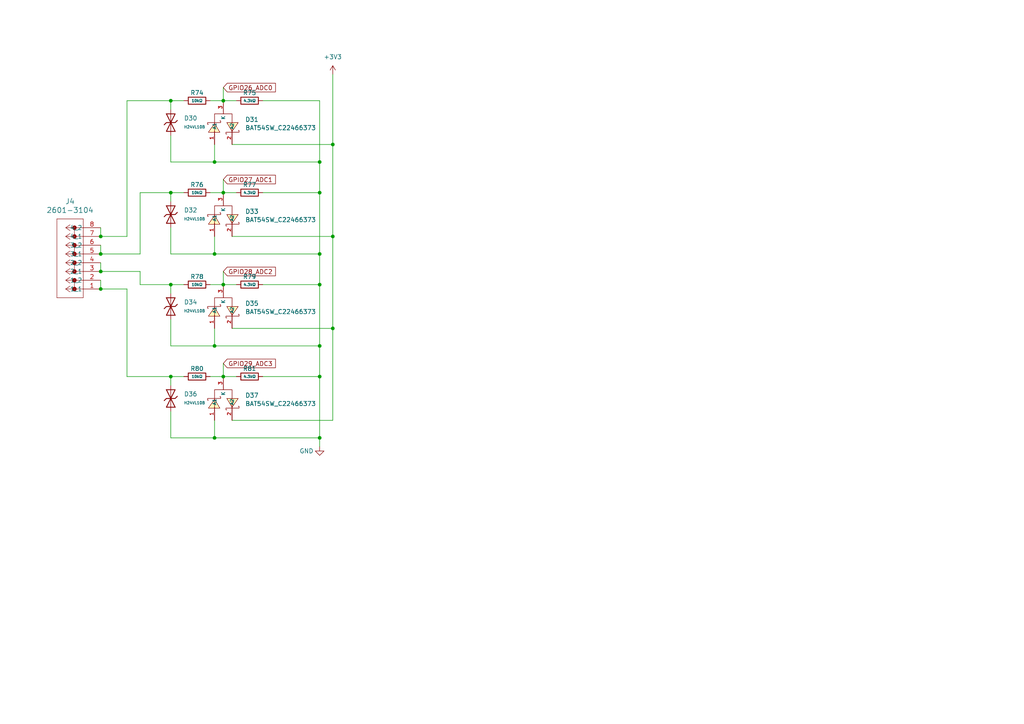
<source format=kicad_sch>
(kicad_sch
	(version 20231120)
	(generator "eeschema")
	(generator_version "8.0")
	(uuid "d82a3b3a-9e59-485e-aa4c-3f381890b9a4")
	(paper "A4")
	(lib_symbols
		(symbol "JLCPCB-Diode-Packages:Schottky, BAT54SW_C22466373"
			(exclude_from_sim no)
			(in_bom yes)
			(on_board yes)
			(property "Reference" "D"
				(at 0 1.27 0)
				(effects
					(font
						(size 1.27 1.27)
					)
				)
			)
			(property "Value" "BAT54SW_C22466373"
				(at 0 -2.54 0)
				(effects
					(font
						(size 1.27 1.27)
					)
				)
			)
			(property "Footprint" "JLCPCB-Kicad-Footprints:SOT-323-3_L2.0-W1.3-P1.30-LS2.1-BR-2"
				(at 0 -10.16 0)
				(effects
					(font
						(size 1.27 1.27)
						(italic yes)
					)
					(hide yes)
				)
			)
			(property "Datasheet" "https://wmsc.lcsc.com/wmsc/upload/file/pdf/v2/lcsc/2406191606_hongjiacheng-BAT54SW_C22466373.pdf"
				(at -2.286 0.127 0)
				(effects
					(font
						(size 1.27 1.27)
					)
					(justify left)
					(hide yes)
				)
			)
			(property "Description" "30V 1 pair in series 200mA 1V@100mA SOT-323 Schottky Diodes ROHS"
				(at 0 0 0)
				(effects
					(font
						(size 1.27 1.27)
					)
					(hide yes)
				)
			)
			(property "LCSC" "C22466373"
				(at 0 0 0)
				(effects
					(font
						(size 1.27 1.27)
					)
					(hide yes)
				)
			)
			(property "Stock" "8847"
				(at 0 0 0)
				(effects
					(font
						(size 1.27 1.27)
					)
					(hide yes)
				)
			)
			(property "Price" "0.020USD"
				(at 0 0 0)
				(effects
					(font
						(size 1.27 1.27)
					)
					(hide yes)
				)
			)
			(property "Process" "SMT"
				(at 0 0 0)
				(effects
					(font
						(size 1.27 1.27)
					)
					(hide yes)
				)
			)
			(property "Minimum Qty" "10"
				(at 0 0 0)
				(effects
					(font
						(size 1.27 1.27)
					)
					(hide yes)
				)
			)
			(property "Attrition Qty" "4"
				(at 0 0 0)
				(effects
					(font
						(size 1.27 1.27)
					)
					(hide yes)
				)
			)
			(property "Class" "Preferred Component"
				(at 0 0 0)
				(effects
					(font
						(size 1.27 1.27)
					)
					(hide yes)
				)
			)
			(property "Category" "Diodes,Schottky Diodes"
				(at 0 0 0)
				(effects
					(font
						(size 1.27 1.27)
					)
					(hide yes)
				)
			)
			(property "Manufacturer" "hongjiacheng"
				(at 0 0 0)
				(effects
					(font
						(size 1.27 1.27)
					)
					(hide yes)
				)
			)
			(property "Part" "BAT54SW"
				(at 0 0 0)
				(effects
					(font
						(size 1.27 1.27)
					)
					(hide yes)
				)
			)
			(property "ki_keywords" "C22466373"
				(at 0 0 0)
				(effects
					(font
						(size 1.27 1.27)
					)
					(hide yes)
				)
			)
			(symbol "Schottky, BAT54SW_C22466373_0_1"
				(polyline
					(pts
						(xy -2.54 -1.27) (xy -2.54 3.81) (xy 2.54 3.81) (xy 2.54 -1.27)
					)
					(stroke
						(width 0)
						(type default)
					)
					(fill
						(type none)
					)
				)
				(polyline
					(pts
						(xy -1.016 -1.524) (xy -2.54 1.016) (xy -4.318 -1.524) (xy -1.016 -1.524)
					)
					(stroke
						(width 0)
						(type default)
					)
					(fill
						(type background)
					)
				)
				(polyline
					(pts
						(xy 1.016 1.27) (xy 2.54 -1.27) (xy 4.318 1.27) (xy 1.016 1.27)
					)
					(stroke
						(width 0)
						(type default)
					)
					(fill
						(type background)
					)
				)
				(polyline
					(pts
						(xy -1.016 1.778) (xy -0.762 1.778) (xy -0.762 1.27) (xy -4.572 1.27) (xy -4.572 0.762) (xy -4.318 0.762)
					)
					(stroke
						(width 0)
						(type default)
					)
					(fill
						(type none)
					)
				)
				(polyline
					(pts
						(xy 1.016 -2.032) (xy 0.762 -2.032) (xy 0.762 -1.524) (xy 4.572 -1.524) (xy 4.572 -1.016) (xy 4.318 -1.016)
					)
					(stroke
						(width 0)
						(type default)
					)
					(fill
						(type none)
					)
				)
				(pin unspecified line
					(at -2.54 -5.08 90)
					(length 3.81)
					(name "A1"
						(effects
							(font
								(size 1 1)
							)
						)
					)
					(number "1"
						(effects
							(font
								(size 1 1)
							)
						)
					)
				)
				(pin unspecified line
					(at 2.54 -5.08 90)
					(length 3.81)
					(name "A2"
						(effects
							(font
								(size 1 1)
							)
						)
					)
					(number "2"
						(effects
							(font
								(size 1 1)
							)
						)
					)
				)
				(pin unspecified line
					(at 0 7.62 270)
					(length 3.81)
					(name "K"
						(effects
							(font
								(size 1 1)
							)
						)
					)
					(number "3"
						(effects
							(font
								(size 1 1)
							)
						)
					)
				)
			)
		)
		(symbol "JLCPCB-Diodes:TVS-Bi,H24VL10B"
			(pin_numbers hide)
			(pin_names
				(offset 0)
			)
			(exclude_from_sim no)
			(in_bom yes)
			(on_board yes)
			(property "Reference" "D"
				(at 2.032 0.834 0)
				(effects
					(font
						(size 1.27 1.27)
					)
					(justify left)
				)
			)
			(property "Value" "H24VL10B"
				(at 2.032 -1.2122 0)
				(effects
					(font
						(size 0.8 0.8)
					)
					(justify left)
				)
			)
			(property "Footprint" "JLCPCB-Kicad-Footprints:D_DFN1006-2L"
				(at -1.778 0 90)
				(effects
					(font
						(size 1.27 1.27)
					)
					(hide yes)
				)
			)
			(property "Datasheet" "https://wmsc.lcsc.com/wmsc/upload/file/pdf/v2/lcsc/2402021507_hongjiacheng-H24VL10B_C20617912.pdf"
				(at 0 0 0)
				(effects
					(font
						(size 1.27 1.27)
					)
					(hide yes)
				)
			)
			(property "Description" "8A 60V 480W 31V Bidirectional 24V DFN1006-2L ESD and Surge Protection (TVS/ESD) ROHS"
				(at 0 0 0)
				(effects
					(font
						(size 1.27 1.27)
					)
					(hide yes)
				)
			)
			(property "LCSC" "C20617912"
				(at 0 0 0)
				(effects
					(font
						(size 1.27 1.27)
					)
					(hide yes)
				)
			)
			(property "Stock" "8577"
				(at 0 0 0)
				(effects
					(font
						(size 1.27 1.27)
					)
					(hide yes)
				)
			)
			(property "Price" "0.025USD"
				(at 0 0 0)
				(effects
					(font
						(size 1.27 1.27)
					)
					(hide yes)
				)
			)
			(property "Process" "SMT"
				(at 0 0 0)
				(effects
					(font
						(size 1.27 1.27)
					)
					(hide yes)
				)
			)
			(property "Minimum Qty" "20"
				(at 0 0 0)
				(effects
					(font
						(size 1.27 1.27)
					)
					(hide yes)
				)
			)
			(property "Attrition Qty" "8"
				(at 0 0 0)
				(effects
					(font
						(size 1.27 1.27)
					)
					(hide yes)
				)
			)
			(property "Class" "Preferred Component"
				(at 0 0 0)
				(effects
					(font
						(size 1.27 1.27)
					)
					(hide yes)
				)
			)
			(property "Category" "TVS/Fuse/Board Level Protection,Electrostatic And Surge Protection (TVS/ESD)"
				(at 0 0 0)
				(effects
					(font
						(size 1.27 1.27)
					)
					(hide yes)
				)
			)
			(property "Manufacturer" "hongjiacheng"
				(at 0 0 0)
				(effects
					(font
						(size 1.27 1.27)
					)
					(hide yes)
				)
			)
			(property "Part" "H24VL10B"
				(at 0 0 0)
				(effects
					(font
						(size 1.27 1.27)
					)
					(hide yes)
				)
			)
			(property "ki_fp_filters" "D_*"
				(at 0 0 0)
				(effects
					(font
						(size 1.27 1.27)
					)
					(hide yes)
				)
			)
			(symbol "TVS-Bi,H24VL10B_0_1"
				(polyline
					(pts
						(xy -1.905 -0.635) (xy -1.27 0) (xy 1.27 0) (xy 1.905 0.635)
					)
					(stroke
						(width 0.254)
						(type default)
					)
					(fill
						(type none)
					)
				)
				(polyline
					(pts
						(xy -1.27 2.54) (xy 0 0) (xy 1.27 2.54) (xy -1.27 2.54)
					)
					(stroke
						(width 0.254)
						(type default)
					)
					(fill
						(type none)
					)
				)
				(polyline
					(pts
						(xy 1.27 -2.54) (xy 0 0) (xy -1.27 -2.54) (xy 1.27 -2.54)
					)
					(stroke
						(width 0.254)
						(type default)
					)
					(fill
						(type none)
					)
				)
			)
			(symbol "TVS-Bi,H24VL10B_1_1"
				(pin passive line
					(at 0 -3.81 90)
					(length 3.81)
					(name "~"
						(effects
							(font
								(size 1.27 1.27)
							)
						)
					)
					(number "1"
						(effects
							(font
								(size 1.27 1.27)
							)
						)
					)
				)
				(pin passive line
					(at 0 3.81 270)
					(length 3.81)
					(name "~"
						(effects
							(font
								(size 1.27 1.27)
							)
						)
					)
					(number "2"
						(effects
							(font
								(size 1.27 1.27)
							)
						)
					)
				)
			)
		)
		(symbol "JLCPCB-Resistors:0805,10kΩ"
			(pin_numbers hide)
			(pin_names
				(offset 0)
			)
			(exclude_from_sim no)
			(in_bom yes)
			(on_board yes)
			(property "Reference" "R"
				(at 1.778 0 0)
				(effects
					(font
						(size 1.27 1.27)
					)
					(justify left)
				)
			)
			(property "Value" "10kΩ"
				(at 0 0 90)
				(do_not_autoplace)
				(effects
					(font
						(size 0.8 0.8)
					)
				)
			)
			(property "Footprint" "JLCPCB-Kicad-Footprints:R_0805"
				(at -1.778 0 90)
				(effects
					(font
						(size 1.27 1.27)
					)
					(hide yes)
				)
			)
			(property "Datasheet" "https://www.lcsc.com/datasheet/lcsc_datasheet_2206010216_UNI-ROYAL-Uniroyal-Elec-0805W8F1002T5E_C17414.pdf"
				(at 0 0 0)
				(effects
					(font
						(size 1.27 1.27)
					)
					(hide yes)
				)
			)
			(property "Description" "125mW Thick Film Resistors 150V ±100ppm/°C ±1% 10kΩ 0805 Chip Resistor - Surface Mount ROHS"
				(at 0 0 0)
				(effects
					(font
						(size 1.27 1.27)
					)
					(hide yes)
				)
			)
			(property "LCSC" "C17414"
				(at 0 0 0)
				(effects
					(font
						(size 1.27 1.27)
					)
					(hide yes)
				)
			)
			(property "Stock" "16724111"
				(at 0 0 0)
				(effects
					(font
						(size 1.27 1.27)
					)
					(hide yes)
				)
			)
			(property "Price" "0.005USD"
				(at 0 0 0)
				(effects
					(font
						(size 1.27 1.27)
					)
					(hide yes)
				)
			)
			(property "Process" "SMT"
				(at 0 0 0)
				(effects
					(font
						(size 1.27 1.27)
					)
					(hide yes)
				)
			)
			(property "Minimum Qty" "20"
				(at 0 0 0)
				(effects
					(font
						(size 1.27 1.27)
					)
					(hide yes)
				)
			)
			(property "Attrition Qty" "10"
				(at 0 0 0)
				(effects
					(font
						(size 1.27 1.27)
					)
					(hide yes)
				)
			)
			(property "Class" "Basic Component"
				(at 0 0 0)
				(effects
					(font
						(size 1.27 1.27)
					)
					(hide yes)
				)
			)
			(property "Category" "Resistors,Chip Resistor - Surface Mount"
				(at 0 0 0)
				(effects
					(font
						(size 1.27 1.27)
					)
					(hide yes)
				)
			)
			(property "Manufacturer" "UNI-ROYAL(Uniroyal Elec)"
				(at 0 0 0)
				(effects
					(font
						(size 1.27 1.27)
					)
					(hide yes)
				)
			)
			(property "Part" "0805W8F1002T5E"
				(at 0 0 0)
				(effects
					(font
						(size 1.27 1.27)
					)
					(hide yes)
				)
			)
			(property "Resistance" "10kΩ"
				(at 0 0 0)
				(effects
					(font
						(size 1.27 1.27)
					)
					(hide yes)
				)
			)
			(property "Power(Watts)" "125mW"
				(at 0 0 0)
				(effects
					(font
						(size 1.27 1.27)
					)
					(hide yes)
				)
			)
			(property "Type" "Thick Film Resistors"
				(at 0 0 0)
				(effects
					(font
						(size 1.27 1.27)
					)
					(hide yes)
				)
			)
			(property "Overload Voltage (Max)" "150V"
				(at 0 0 0)
				(effects
					(font
						(size 1.27 1.27)
					)
					(hide yes)
				)
			)
			(property "Operating Temperature Range" "-55°C~+155°C"
				(at 0 0 0)
				(effects
					(font
						(size 1.27 1.27)
					)
					(hide yes)
				)
			)
			(property "Tolerance" "±1%"
				(at 0 0 0)
				(effects
					(font
						(size 1.27 1.27)
					)
					(hide yes)
				)
			)
			(property "Temperature Coefficient" "±100ppm/°C"
				(at 0 0 0)
				(effects
					(font
						(size 1.27 1.27)
					)
					(hide yes)
				)
			)
			(property "ki_fp_filters" "R_*"
				(at 0 0 0)
				(effects
					(font
						(size 1.27 1.27)
					)
					(hide yes)
				)
			)
			(symbol "0805,10kΩ_0_1"
				(rectangle
					(start -1.016 2.54)
					(end 1.016 -2.54)
					(stroke
						(width 0.254)
						(type default)
					)
					(fill
						(type none)
					)
				)
			)
			(symbol "0805,10kΩ_1_1"
				(pin passive line
					(at 0 3.81 270)
					(length 1.27)
					(name "~"
						(effects
							(font
								(size 1.27 1.27)
							)
						)
					)
					(number "1"
						(effects
							(font
								(size 1.27 1.27)
							)
						)
					)
				)
				(pin passive line
					(at 0 -3.81 90)
					(length 1.27)
					(name "~"
						(effects
							(font
								(size 1.27 1.27)
							)
						)
					)
					(number "2"
						(effects
							(font
								(size 1.27 1.27)
							)
						)
					)
				)
			)
		)
		(symbol "JLCPCB-Resistors:0805,4.3kΩ"
			(pin_numbers hide)
			(pin_names
				(offset 0)
			)
			(exclude_from_sim no)
			(in_bom yes)
			(on_board yes)
			(property "Reference" "R"
				(at 1.778 0 0)
				(effects
					(font
						(size 1.27 1.27)
					)
					(justify left)
				)
			)
			(property "Value" "4.3kΩ"
				(at 0 0 90)
				(do_not_autoplace)
				(effects
					(font
						(size 0.8 0.8)
					)
				)
			)
			(property "Footprint" "JLCPCB-Kicad-Footprints:R_0805"
				(at -1.778 0 90)
				(effects
					(font
						(size 1.27 1.27)
					)
					(hide yes)
				)
			)
			(property "Datasheet" "https://www.lcsc.com/datasheet/lcsc_datasheet_2206010200_UNI-ROYAL-Uniroyal-Elec-0805W8F4301T5E_C17667.pdf"
				(at 0 0 0)
				(effects
					(font
						(size 1.27 1.27)
					)
					(hide yes)
				)
			)
			(property "Description" "125mW Thick Film Resistors 150V ±100ppm/°C ±1% 4.3kΩ 0805 Chip Resistor - Surface Mount ROHS"
				(at 0 0 0)
				(effects
					(font
						(size 1.27 1.27)
					)
					(hide yes)
				)
			)
			(property "LCSC" "C17667"
				(at 0 0 0)
				(effects
					(font
						(size 1.27 1.27)
					)
					(hide yes)
				)
			)
			(property "Stock" "311921"
				(at 0 0 0)
				(effects
					(font
						(size 1.27 1.27)
					)
					(hide yes)
				)
			)
			(property "Price" "0.005USD"
				(at 0 0 0)
				(effects
					(font
						(size 1.27 1.27)
					)
					(hide yes)
				)
			)
			(property "Process" "SMT"
				(at 0 0 0)
				(effects
					(font
						(size 1.27 1.27)
					)
					(hide yes)
				)
			)
			(property "Minimum Qty" "20"
				(at 0 0 0)
				(effects
					(font
						(size 1.27 1.27)
					)
					(hide yes)
				)
			)
			(property "Attrition Qty" "10"
				(at 0 0 0)
				(effects
					(font
						(size 1.27 1.27)
					)
					(hide yes)
				)
			)
			(property "Class" "Preferred Component"
				(at 0 0 0)
				(effects
					(font
						(size 1.27 1.27)
					)
					(hide yes)
				)
			)
			(property "Category" "Resistors,Chip Resistor - Surface Mount"
				(at 0 0 0)
				(effects
					(font
						(size 1.27 1.27)
					)
					(hide yes)
				)
			)
			(property "Manufacturer" "UNI-ROYAL(Uniroyal Elec)"
				(at 0 0 0)
				(effects
					(font
						(size 1.27 1.27)
					)
					(hide yes)
				)
			)
			(property "Part" "0805W8F4301T5E"
				(at 0 0 0)
				(effects
					(font
						(size 1.27 1.27)
					)
					(hide yes)
				)
			)
			(property "Resistance" "4.3kΩ"
				(at 0 0 0)
				(effects
					(font
						(size 1.27 1.27)
					)
					(hide yes)
				)
			)
			(property "Power(Watts)" "125mW"
				(at 0 0 0)
				(effects
					(font
						(size 1.27 1.27)
					)
					(hide yes)
				)
			)
			(property "Type" "Thick Film Resistors"
				(at 0 0 0)
				(effects
					(font
						(size 1.27 1.27)
					)
					(hide yes)
				)
			)
			(property "Overload Voltage (Max)" "150V"
				(at 0 0 0)
				(effects
					(font
						(size 1.27 1.27)
					)
					(hide yes)
				)
			)
			(property "Operating Temperature Range" "-55°C~+155°C"
				(at 0 0 0)
				(effects
					(font
						(size 1.27 1.27)
					)
					(hide yes)
				)
			)
			(property "Tolerance" "±1%"
				(at 0 0 0)
				(effects
					(font
						(size 1.27 1.27)
					)
					(hide yes)
				)
			)
			(property "Temperature Coefficient" "±100ppm/°C"
				(at 0 0 0)
				(effects
					(font
						(size 1.27 1.27)
					)
					(hide yes)
				)
			)
			(property "ki_fp_filters" "R_*"
				(at 0 0 0)
				(effects
					(font
						(size 1.27 1.27)
					)
					(hide yes)
				)
			)
			(symbol "0805,4.3kΩ_0_1"
				(rectangle
					(start -1.016 2.54)
					(end 1.016 -2.54)
					(stroke
						(width 0.254)
						(type default)
					)
					(fill
						(type none)
					)
				)
			)
			(symbol "0805,4.3kΩ_1_1"
				(pin passive line
					(at 0 3.81 270)
					(length 1.27)
					(name "~"
						(effects
							(font
								(size 1.27 1.27)
							)
						)
					)
					(number "1"
						(effects
							(font
								(size 1.27 1.27)
							)
						)
					)
				)
				(pin passive line
					(at 0 -3.81 90)
					(length 1.27)
					(name "~"
						(effects
							(font
								(size 1.27 1.27)
							)
						)
					)
					(number "2"
						(effects
							(font
								(size 1.27 1.27)
							)
						)
					)
				)
			)
		)
		(symbol "Wago 2601-3104:2601-3104"
			(pin_names
				(offset 0.254)
			)
			(exclude_from_sim no)
			(in_bom yes)
			(on_board yes)
			(property "Reference" "J"
				(at 8.89 6.35 0)
				(effects
					(font
						(size 1.524 1.524)
					)
				)
			)
			(property "Value" "2601-3104"
				(at 0 0 0)
				(effects
					(font
						(size 1.524 1.524)
					)
				)
			)
			(property "Footprint" "CONN4_2601-3104_WAG"
				(at 0 0 0)
				(effects
					(font
						(size 1.27 1.27)
						(italic yes)
					)
					(hide yes)
				)
			)
			(property "Datasheet" "2601-3104"
				(at 0 0 0)
				(effects
					(font
						(size 1.27 1.27)
						(italic yes)
					)
					(hide yes)
				)
			)
			(property "Description" ""
				(at 0 0 0)
				(effects
					(font
						(size 1.27 1.27)
					)
					(hide yes)
				)
			)
			(property "ki_locked" ""
				(at 0 0 0)
				(effects
					(font
						(size 1.27 1.27)
					)
				)
			)
			(property "ki_keywords" "2601-3104"
				(at 0 0 0)
				(effects
					(font
						(size 1.27 1.27)
					)
					(hide yes)
				)
			)
			(property "ki_fp_filters" "CONN4_2601-3104_WAG"
				(at 0 0 0)
				(effects
					(font
						(size 1.27 1.27)
					)
					(hide yes)
				)
			)
			(symbol "2601-3104_1_1"
				(polyline
					(pts
						(xy 5.08 -20.32) (xy 12.7 -20.32)
					)
					(stroke
						(width 0.127)
						(type default)
					)
					(fill
						(type none)
					)
				)
				(polyline
					(pts
						(xy 5.08 2.54) (xy 5.08 -20.32)
					)
					(stroke
						(width 0.127)
						(type default)
					)
					(fill
						(type none)
					)
				)
				(polyline
					(pts
						(xy 7.62 -15.24) (xy 7.62 -17.78)
					)
					(stroke
						(width 0.127)
						(type default)
					)
					(fill
						(type none)
					)
				)
				(polyline
					(pts
						(xy 7.62 -10.16) (xy 7.62 -12.7)
					)
					(stroke
						(width 0.127)
						(type default)
					)
					(fill
						(type none)
					)
				)
				(polyline
					(pts
						(xy 7.62 -5.08) (xy 7.62 -7.62)
					)
					(stroke
						(width 0.127)
						(type default)
					)
					(fill
						(type none)
					)
				)
				(polyline
					(pts
						(xy 7.62 0) (xy 7.62 -2.54)
					)
					(stroke
						(width 0.127)
						(type default)
					)
					(fill
						(type none)
					)
				)
				(polyline
					(pts
						(xy 10.16 -17.78) (xy 5.08 -17.78)
					)
					(stroke
						(width 0.127)
						(type default)
					)
					(fill
						(type none)
					)
				)
				(polyline
					(pts
						(xy 10.16 -17.78) (xy 8.89 -18.6267)
					)
					(stroke
						(width 0.127)
						(type default)
					)
					(fill
						(type none)
					)
				)
				(polyline
					(pts
						(xy 10.16 -17.78) (xy 8.89 -16.9333)
					)
					(stroke
						(width 0.127)
						(type default)
					)
					(fill
						(type none)
					)
				)
				(polyline
					(pts
						(xy 10.16 -15.24) (xy 5.08 -15.24)
					)
					(stroke
						(width 0.127)
						(type default)
					)
					(fill
						(type none)
					)
				)
				(polyline
					(pts
						(xy 10.16 -15.24) (xy 8.89 -16.0867)
					)
					(stroke
						(width 0.127)
						(type default)
					)
					(fill
						(type none)
					)
				)
				(polyline
					(pts
						(xy 10.16 -15.24) (xy 8.89 -14.3933)
					)
					(stroke
						(width 0.127)
						(type default)
					)
					(fill
						(type none)
					)
				)
				(polyline
					(pts
						(xy 10.16 -12.7) (xy 5.08 -12.7)
					)
					(stroke
						(width 0.127)
						(type default)
					)
					(fill
						(type none)
					)
				)
				(polyline
					(pts
						(xy 10.16 -12.7) (xy 8.89 -13.5467)
					)
					(stroke
						(width 0.127)
						(type default)
					)
					(fill
						(type none)
					)
				)
				(polyline
					(pts
						(xy 10.16 -12.7) (xy 8.89 -11.8533)
					)
					(stroke
						(width 0.127)
						(type default)
					)
					(fill
						(type none)
					)
				)
				(polyline
					(pts
						(xy 10.16 -10.16) (xy 5.08 -10.16)
					)
					(stroke
						(width 0.127)
						(type default)
					)
					(fill
						(type none)
					)
				)
				(polyline
					(pts
						(xy 10.16 -10.16) (xy 8.89 -11.0067)
					)
					(stroke
						(width 0.127)
						(type default)
					)
					(fill
						(type none)
					)
				)
				(polyline
					(pts
						(xy 10.16 -10.16) (xy 8.89 -9.3133)
					)
					(stroke
						(width 0.127)
						(type default)
					)
					(fill
						(type none)
					)
				)
				(polyline
					(pts
						(xy 10.16 -7.62) (xy 5.08 -7.62)
					)
					(stroke
						(width 0.127)
						(type default)
					)
					(fill
						(type none)
					)
				)
				(polyline
					(pts
						(xy 10.16 -7.62) (xy 8.89 -8.4667)
					)
					(stroke
						(width 0.127)
						(type default)
					)
					(fill
						(type none)
					)
				)
				(polyline
					(pts
						(xy 10.16 -7.62) (xy 8.89 -6.7733)
					)
					(stroke
						(width 0.127)
						(type default)
					)
					(fill
						(type none)
					)
				)
				(polyline
					(pts
						(xy 10.16 -5.08) (xy 5.08 -5.08)
					)
					(stroke
						(width 0.127)
						(type default)
					)
					(fill
						(type none)
					)
				)
				(polyline
					(pts
						(xy 10.16 -5.08) (xy 8.89 -5.9267)
					)
					(stroke
						(width 0.127)
						(type default)
					)
					(fill
						(type none)
					)
				)
				(polyline
					(pts
						(xy 10.16 -5.08) (xy 8.89 -4.2333)
					)
					(stroke
						(width 0.127)
						(type default)
					)
					(fill
						(type none)
					)
				)
				(polyline
					(pts
						(xy 10.16 -2.54) (xy 5.08 -2.54)
					)
					(stroke
						(width 0.127)
						(type default)
					)
					(fill
						(type none)
					)
				)
				(polyline
					(pts
						(xy 10.16 -2.54) (xy 8.89 -3.3867)
					)
					(stroke
						(width 0.127)
						(type default)
					)
					(fill
						(type none)
					)
				)
				(polyline
					(pts
						(xy 10.16 -2.54) (xy 8.89 -1.6933)
					)
					(stroke
						(width 0.127)
						(type default)
					)
					(fill
						(type none)
					)
				)
				(polyline
					(pts
						(xy 10.16 0) (xy 5.08 0)
					)
					(stroke
						(width 0.127)
						(type default)
					)
					(fill
						(type none)
					)
				)
				(polyline
					(pts
						(xy 10.16 0) (xy 8.89 -0.8467)
					)
					(stroke
						(width 0.127)
						(type default)
					)
					(fill
						(type none)
					)
				)
				(polyline
					(pts
						(xy 10.16 0) (xy 8.89 0.8467)
					)
					(stroke
						(width 0.127)
						(type default)
					)
					(fill
						(type none)
					)
				)
				(polyline
					(pts
						(xy 12.7 -20.32) (xy 12.7 2.54)
					)
					(stroke
						(width 0.127)
						(type default)
					)
					(fill
						(type none)
					)
				)
				(polyline
					(pts
						(xy 12.7 2.54) (xy 5.08 2.54)
					)
					(stroke
						(width 0.127)
						(type default)
					)
					(fill
						(type none)
					)
				)
				(circle
					(center 7.62 -17.78)
					(radius 0.127)
					(stroke
						(width 0.508)
						(type default)
					)
					(fill
						(type none)
					)
				)
				(circle
					(center 7.62 -15.24)
					(radius 0.127)
					(stroke
						(width 0.508)
						(type default)
					)
					(fill
						(type none)
					)
				)
				(circle
					(center 7.62 -12.7)
					(radius 0.127)
					(stroke
						(width 0.508)
						(type default)
					)
					(fill
						(type none)
					)
				)
				(circle
					(center 7.62 -10.16)
					(radius 0.127)
					(stroke
						(width 0.508)
						(type default)
					)
					(fill
						(type none)
					)
				)
				(circle
					(center 7.62 -7.62)
					(radius 0.127)
					(stroke
						(width 0.508)
						(type default)
					)
					(fill
						(type none)
					)
				)
				(circle
					(center 7.62 -5.08)
					(radius 0.127)
					(stroke
						(width 0.508)
						(type default)
					)
					(fill
						(type none)
					)
				)
				(circle
					(center 7.62 -2.54)
					(radius 0.127)
					(stroke
						(width 0.508)
						(type default)
					)
					(fill
						(type none)
					)
				)
				(circle
					(center 7.62 0)
					(radius 0.127)
					(stroke
						(width 0.508)
						(type default)
					)
					(fill
						(type none)
					)
				)
				(pin unspecified line
					(at 0 0 0)
					(length 5.08)
					(name "1_1"
						(effects
							(font
								(size 1.27 1.27)
							)
						)
					)
					(number "1"
						(effects
							(font
								(size 1.27 1.27)
							)
						)
					)
				)
				(pin unspecified line
					(at 0 -2.54 0)
					(length 5.08)
					(name "1_2"
						(effects
							(font
								(size 1.27 1.27)
							)
						)
					)
					(number "2"
						(effects
							(font
								(size 1.27 1.27)
							)
						)
					)
				)
				(pin unspecified line
					(at 0 -5.08 0)
					(length 5.08)
					(name "2_1"
						(effects
							(font
								(size 1.27 1.27)
							)
						)
					)
					(number "3"
						(effects
							(font
								(size 1.27 1.27)
							)
						)
					)
				)
				(pin unspecified line
					(at 0 -7.62 0)
					(length 5.08)
					(name "2_2"
						(effects
							(font
								(size 1.27 1.27)
							)
						)
					)
					(number "4"
						(effects
							(font
								(size 1.27 1.27)
							)
						)
					)
				)
				(pin unspecified line
					(at 0 -10.16 0)
					(length 5.08)
					(name "3_1"
						(effects
							(font
								(size 1.27 1.27)
							)
						)
					)
					(number "5"
						(effects
							(font
								(size 1.27 1.27)
							)
						)
					)
				)
				(pin unspecified line
					(at 0 -12.7 0)
					(length 5.08)
					(name "3_2"
						(effects
							(font
								(size 1.27 1.27)
							)
						)
					)
					(number "6"
						(effects
							(font
								(size 1.27 1.27)
							)
						)
					)
				)
				(pin unspecified line
					(at 0 -15.24 0)
					(length 5.08)
					(name "4_1"
						(effects
							(font
								(size 1.27 1.27)
							)
						)
					)
					(number "7"
						(effects
							(font
								(size 1.27 1.27)
							)
						)
					)
				)
				(pin unspecified line
					(at 0 -17.78 0)
					(length 5.08)
					(name "4_2"
						(effects
							(font
								(size 1.27 1.27)
							)
						)
					)
					(number "8"
						(effects
							(font
								(size 1.27 1.27)
							)
						)
					)
				)
			)
			(symbol "2601-3104_1_2"
				(polyline
					(pts
						(xy 5.08 -20.32) (xy 12.7 -20.32)
					)
					(stroke
						(width 0.127)
						(type default)
					)
					(fill
						(type none)
					)
				)
				(polyline
					(pts
						(xy 5.08 2.54) (xy 5.08 -20.32)
					)
					(stroke
						(width 0.127)
						(type default)
					)
					(fill
						(type none)
					)
				)
				(polyline
					(pts
						(xy 7.62 -15.24) (xy 7.62 -17.78)
					)
					(stroke
						(width 0.127)
						(type default)
					)
					(fill
						(type none)
					)
				)
				(polyline
					(pts
						(xy 7.62 -10.16) (xy 7.62 -12.7)
					)
					(stroke
						(width 0.127)
						(type default)
					)
					(fill
						(type none)
					)
				)
				(polyline
					(pts
						(xy 7.62 -5.08) (xy 7.62 -7.62)
					)
					(stroke
						(width 0.127)
						(type default)
					)
					(fill
						(type none)
					)
				)
				(polyline
					(pts
						(xy 7.62 0) (xy 7.62 -2.54)
					)
					(stroke
						(width 0.127)
						(type default)
					)
					(fill
						(type none)
					)
				)
				(polyline
					(pts
						(xy 10.16 -17.78) (xy 5.08 -17.78)
					)
					(stroke
						(width 0.127)
						(type default)
					)
					(fill
						(type none)
					)
				)
				(polyline
					(pts
						(xy 10.16 -17.78) (xy 8.89 -18.6267)
					)
					(stroke
						(width 0.127)
						(type default)
					)
					(fill
						(type none)
					)
				)
				(polyline
					(pts
						(xy 10.16 -17.78) (xy 8.89 -16.9333)
					)
					(stroke
						(width 0.127)
						(type default)
					)
					(fill
						(type none)
					)
				)
				(polyline
					(pts
						(xy 10.16 -15.24) (xy 5.08 -15.24)
					)
					(stroke
						(width 0.127)
						(type default)
					)
					(fill
						(type none)
					)
				)
				(polyline
					(pts
						(xy 10.16 -15.24) (xy 8.89 -16.0867)
					)
					(stroke
						(width 0.127)
						(type default)
					)
					(fill
						(type none)
					)
				)
				(polyline
					(pts
						(xy 10.16 -15.24) (xy 8.89 -14.3933)
					)
					(stroke
						(width 0.127)
						(type default)
					)
					(fill
						(type none)
					)
				)
				(polyline
					(pts
						(xy 10.16 -12.7) (xy 5.08 -12.7)
					)
					(stroke
						(width 0.127)
						(type default)
					)
					(fill
						(type none)
					)
				)
				(polyline
					(pts
						(xy 10.16 -12.7) (xy 8.89 -13.5467)
					)
					(stroke
						(width 0.127)
						(type default)
					)
					(fill
						(type none)
					)
				)
				(polyline
					(pts
						(xy 10.16 -12.7) (xy 8.89 -11.8533)
					)
					(stroke
						(width 0.127)
						(type default)
					)
					(fill
						(type none)
					)
				)
				(polyline
					(pts
						(xy 10.16 -10.16) (xy 5.08 -10.16)
					)
					(stroke
						(width 0.127)
						(type default)
					)
					(fill
						(type none)
					)
				)
				(polyline
					(pts
						(xy 10.16 -10.16) (xy 8.89 -11.0067)
					)
					(stroke
						(width 0.127)
						(type default)
					)
					(fill
						(type none)
					)
				)
				(polyline
					(pts
						(xy 10.16 -10.16) (xy 8.89 -9.3133)
					)
					(stroke
						(width 0.127)
						(type default)
					)
					(fill
						(type none)
					)
				)
				(polyline
					(pts
						(xy 10.16 -7.62) (xy 5.08 -7.62)
					)
					(stroke
						(width 0.127)
						(type default)
					)
					(fill
						(type none)
					)
				)
				(polyline
					(pts
						(xy 10.16 -7.62) (xy 8.89 -8.4667)
					)
					(stroke
						(width 0.127)
						(type default)
					)
					(fill
						(type none)
					)
				)
				(polyline
					(pts
						(xy 10.16 -7.62) (xy 8.89 -6.7733)
					)
					(stroke
						(width 0.127)
						(type default)
					)
					(fill
						(type none)
					)
				)
				(polyline
					(pts
						(xy 10.16 -5.08) (xy 5.08 -5.08)
					)
					(stroke
						(width 0.127)
						(type default)
					)
					(fill
						(type none)
					)
				)
				(polyline
					(pts
						(xy 10.16 -5.08) (xy 8.89 -5.9267)
					)
					(stroke
						(width 0.127)
						(type default)
					)
					(fill
						(type none)
					)
				)
				(polyline
					(pts
						(xy 10.16 -5.08) (xy 8.89 -4.2333)
					)
					(stroke
						(width 0.127)
						(type default)
					)
					(fill
						(type none)
					)
				)
				(polyline
					(pts
						(xy 10.16 -2.54) (xy 5.08 -2.54)
					)
					(stroke
						(width 0.127)
						(type default)
					)
					(fill
						(type none)
					)
				)
				(polyline
					(pts
						(xy 10.16 -2.54) (xy 8.89 -3.3867)
					)
					(stroke
						(width 0.127)
						(type default)
					)
					(fill
						(type none)
					)
				)
				(polyline
					(pts
						(xy 10.16 -2.54) (xy 8.89 -1.6933)
					)
					(stroke
						(width 0.127)
						(type default)
					)
					(fill
						(type none)
					)
				)
				(polyline
					(pts
						(xy 10.16 0) (xy 5.08 0)
					)
					(stroke
						(width 0.127)
						(type default)
					)
					(fill
						(type none)
					)
				)
				(polyline
					(pts
						(xy 10.16 0) (xy 8.89 -0.8467)
					)
					(stroke
						(width 0.127)
						(type default)
					)
					(fill
						(type none)
					)
				)
				(polyline
					(pts
						(xy 10.16 0) (xy 8.89 0.8467)
					)
					(stroke
						(width 0.127)
						(type default)
					)
					(fill
						(type none)
					)
				)
				(polyline
					(pts
						(xy 12.7 -20.32) (xy 12.7 2.54)
					)
					(stroke
						(width 0.127)
						(type default)
					)
					(fill
						(type none)
					)
				)
				(polyline
					(pts
						(xy 12.7 2.54) (xy 5.08 2.54)
					)
					(stroke
						(width 0.127)
						(type default)
					)
					(fill
						(type none)
					)
				)
				(circle
					(center 7.62 -17.78)
					(radius 0.127)
					(stroke
						(width 0.508)
						(type default)
					)
					(fill
						(type none)
					)
				)
				(circle
					(center 7.62 -15.24)
					(radius 0.127)
					(stroke
						(width 0.508)
						(type default)
					)
					(fill
						(type none)
					)
				)
				(circle
					(center 7.62 -12.7)
					(radius 0.127)
					(stroke
						(width 0.508)
						(type default)
					)
					(fill
						(type none)
					)
				)
				(circle
					(center 7.62 -10.16)
					(radius 0.127)
					(stroke
						(width 0.508)
						(type default)
					)
					(fill
						(type none)
					)
				)
				(circle
					(center 7.62 -7.62)
					(radius 0.127)
					(stroke
						(width 0.508)
						(type default)
					)
					(fill
						(type none)
					)
				)
				(circle
					(center 7.62 -5.08)
					(radius 0.127)
					(stroke
						(width 0.508)
						(type default)
					)
					(fill
						(type none)
					)
				)
				(circle
					(center 7.62 -2.54)
					(radius 0.127)
					(stroke
						(width 0.508)
						(type default)
					)
					(fill
						(type none)
					)
				)
				(circle
					(center 7.62 0)
					(radius 0.127)
					(stroke
						(width 0.508)
						(type default)
					)
					(fill
						(type none)
					)
				)
				(pin unspecified line
					(at 0 0 0)
					(length 5.08)
					(name "1_1"
						(effects
							(font
								(size 1.27 1.27)
							)
						)
					)
					(number "1"
						(effects
							(font
								(size 1.27 1.27)
							)
						)
					)
				)
				(pin unspecified line
					(at 0 -2.54 0)
					(length 5.08)
					(name "1_2"
						(effects
							(font
								(size 1.27 1.27)
							)
						)
					)
					(number "2"
						(effects
							(font
								(size 1.27 1.27)
							)
						)
					)
				)
				(pin unspecified line
					(at 0 -5.08 0)
					(length 5.08)
					(name "2_1"
						(effects
							(font
								(size 1.27 1.27)
							)
						)
					)
					(number "3"
						(effects
							(font
								(size 1.27 1.27)
							)
						)
					)
				)
				(pin unspecified line
					(at 0 -7.62 0)
					(length 5.08)
					(name "2_2"
						(effects
							(font
								(size 1.27 1.27)
							)
						)
					)
					(number "4"
						(effects
							(font
								(size 1.27 1.27)
							)
						)
					)
				)
				(pin unspecified line
					(at 0 -10.16 0)
					(length 5.08)
					(name "3_1"
						(effects
							(font
								(size 1.27 1.27)
							)
						)
					)
					(number "5"
						(effects
							(font
								(size 1.27 1.27)
							)
						)
					)
				)
				(pin unspecified line
					(at 0 -12.7 0)
					(length 5.08)
					(name "3_2"
						(effects
							(font
								(size 1.27 1.27)
							)
						)
					)
					(number "6"
						(effects
							(font
								(size 1.27 1.27)
							)
						)
					)
				)
				(pin unspecified line
					(at 0 -15.24 0)
					(length 5.08)
					(name "4_1"
						(effects
							(font
								(size 1.27 1.27)
							)
						)
					)
					(number "7"
						(effects
							(font
								(size 1.27 1.27)
							)
						)
					)
				)
				(pin unspecified line
					(at 0 -17.78 0)
					(length 5.08)
					(name "4_2"
						(effects
							(font
								(size 1.27 1.27)
							)
						)
					)
					(number "8"
						(effects
							(font
								(size 1.27 1.27)
							)
						)
					)
				)
			)
		)
		(symbol "power:+5V"
			(power)
			(pin_numbers hide)
			(pin_names
				(offset 0) hide)
			(exclude_from_sim no)
			(in_bom yes)
			(on_board yes)
			(property "Reference" "#PWR"
				(at 0 -3.81 0)
				(effects
					(font
						(size 1.27 1.27)
					)
					(hide yes)
				)
			)
			(property "Value" "+5V"
				(at 0 3.556 0)
				(effects
					(font
						(size 1.27 1.27)
					)
				)
			)
			(property "Footprint" ""
				(at 0 0 0)
				(effects
					(font
						(size 1.27 1.27)
					)
					(hide yes)
				)
			)
			(property "Datasheet" ""
				(at 0 0 0)
				(effects
					(font
						(size 1.27 1.27)
					)
					(hide yes)
				)
			)
			(property "Description" "Power symbol creates a global label with name \"+5V\""
				(at 0 0 0)
				(effects
					(font
						(size 1.27 1.27)
					)
					(hide yes)
				)
			)
			(property "ki_keywords" "global power"
				(at 0 0 0)
				(effects
					(font
						(size 1.27 1.27)
					)
					(hide yes)
				)
			)
			(symbol "+5V_0_1"
				(polyline
					(pts
						(xy -0.762 1.27) (xy 0 2.54)
					)
					(stroke
						(width 0)
						(type default)
					)
					(fill
						(type none)
					)
				)
				(polyline
					(pts
						(xy 0 0) (xy 0 2.54)
					)
					(stroke
						(width 0)
						(type default)
					)
					(fill
						(type none)
					)
				)
				(polyline
					(pts
						(xy 0 2.54) (xy 0.762 1.27)
					)
					(stroke
						(width 0)
						(type default)
					)
					(fill
						(type none)
					)
				)
			)
			(symbol "+5V_1_1"
				(pin power_in line
					(at 0 0 90)
					(length 0)
					(name "~"
						(effects
							(font
								(size 1.27 1.27)
							)
						)
					)
					(number "1"
						(effects
							(font
								(size 1.27 1.27)
							)
						)
					)
				)
			)
		)
		(symbol "power:GND"
			(power)
			(pin_names
				(offset 0)
			)
			(exclude_from_sim no)
			(in_bom yes)
			(on_board yes)
			(property "Reference" "#PWR"
				(at 0 -6.35 0)
				(effects
					(font
						(size 1.27 1.27)
					)
					(hide yes)
				)
			)
			(property "Value" "GND"
				(at 0 -3.81 0)
				(effects
					(font
						(size 1.27 1.27)
					)
				)
			)
			(property "Footprint" ""
				(at 0 0 0)
				(effects
					(font
						(size 1.27 1.27)
					)
					(hide yes)
				)
			)
			(property "Datasheet" ""
				(at 0 0 0)
				(effects
					(font
						(size 1.27 1.27)
					)
					(hide yes)
				)
			)
			(property "Description" "Power symbol creates a global label with name \"GND\" , ground"
				(at 0 0 0)
				(effects
					(font
						(size 1.27 1.27)
					)
					(hide yes)
				)
			)
			(property "ki_keywords" "global power"
				(at 0 0 0)
				(effects
					(font
						(size 1.27 1.27)
					)
					(hide yes)
				)
			)
			(symbol "GND_0_1"
				(polyline
					(pts
						(xy 0 0) (xy 0 -1.27) (xy 1.27 -1.27) (xy 0 -2.54) (xy -1.27 -1.27) (xy 0 -1.27)
					)
					(stroke
						(width 0)
						(type default)
					)
					(fill
						(type none)
					)
				)
			)
			(symbol "GND_1_1"
				(pin power_in line
					(at 0 0 270)
					(length 0) hide
					(name "GND"
						(effects
							(font
								(size 1.27 1.27)
							)
						)
					)
					(number "1"
						(effects
							(font
								(size 1.27 1.27)
							)
						)
					)
				)
			)
		)
	)
	(junction
		(at 49.53 82.55)
		(diameter 0)
		(color 0 0 0 0)
		(uuid "033823a1-d2db-4c9f-b24c-8f292f4cbd3c")
	)
	(junction
		(at 64.77 109.22)
		(diameter 0)
		(color 0 0 0 0)
		(uuid "05730d6d-0b97-4008-bccb-79d9541f9641")
	)
	(junction
		(at 64.77 82.55)
		(diameter 0)
		(color 0 0 0 0)
		(uuid "1918a625-09cd-48cb-9df6-dc5311af81c3")
	)
	(junction
		(at 92.71 73.66)
		(diameter 0)
		(color 0 0 0 0)
		(uuid "1b4b2c36-ba0e-4e5a-b974-015f7980d6ea")
	)
	(junction
		(at 92.71 127)
		(diameter 0)
		(color 0 0 0 0)
		(uuid "283c2ccd-7e93-4ab8-b428-efa6aa867af7")
	)
	(junction
		(at 62.23 127)
		(diameter 0)
		(color 0 0 0 0)
		(uuid "303e0ca5-2f86-4170-8613-318fc68969fa")
	)
	(junction
		(at 92.71 100.33)
		(diameter 0)
		(color 0 0 0 0)
		(uuid "4599a9c4-6ad8-4baa-9500-f9a369b2ef73")
	)
	(junction
		(at 64.77 55.88)
		(diameter 0)
		(color 0 0 0 0)
		(uuid "57a3a594-164a-42b0-a324-b2d8f1c64eeb")
	)
	(junction
		(at 49.53 55.88)
		(diameter 0)
		(color 0 0 0 0)
		(uuid "5c285002-0362-49a1-b78a-6e8e651d5240")
	)
	(junction
		(at 92.71 46.99)
		(diameter 0)
		(color 0 0 0 0)
		(uuid "70a74b9a-f3ee-4951-896a-fcce42c64ae0")
	)
	(junction
		(at 96.52 41.91)
		(diameter 0)
		(color 0 0 0 0)
		(uuid "72278191-d04a-4330-b6a8-e77be987f6cf")
	)
	(junction
		(at 29.21 73.66)
		(diameter 0)
		(color 0 0 0 0)
		(uuid "72a25cba-cd6d-454a-86b9-b8838ef57307")
	)
	(junction
		(at 62.23 100.33)
		(diameter 0)
		(color 0 0 0 0)
		(uuid "77a972a1-a44d-4835-909f-edd9b7102d2f")
	)
	(junction
		(at 29.21 68.58)
		(diameter 0)
		(color 0 0 0 0)
		(uuid "830fc8a9-d3ae-4d32-bbc0-9f34e74897dd")
	)
	(junction
		(at 62.23 46.99)
		(diameter 0)
		(color 0 0 0 0)
		(uuid "8c8d6032-011e-4ecc-9277-d8abde0b990c")
	)
	(junction
		(at 96.52 68.58)
		(diameter 0)
		(color 0 0 0 0)
		(uuid "941e51e2-07e3-4420-9f70-48790641beff")
	)
	(junction
		(at 62.23 73.66)
		(diameter 0)
		(color 0 0 0 0)
		(uuid "ab7ce91b-6cd3-4843-b551-5ab45bd24771")
	)
	(junction
		(at 92.71 55.88)
		(diameter 0)
		(color 0 0 0 0)
		(uuid "b5198354-6abc-49a4-ba30-04e9716b8a1a")
	)
	(junction
		(at 49.53 109.22)
		(diameter 0)
		(color 0 0 0 0)
		(uuid "b95d1ea4-2dfd-45d0-a0eb-7101d951ef48")
	)
	(junction
		(at 92.71 109.22)
		(diameter 0)
		(color 0 0 0 0)
		(uuid "bf25001e-042c-43c7-bf0b-6cf73dc4cbb9")
	)
	(junction
		(at 96.52 95.25)
		(diameter 0)
		(color 0 0 0 0)
		(uuid "ccb603fe-cc61-4f26-b35c-8cfa8ca3647f")
	)
	(junction
		(at 49.53 29.21)
		(diameter 0)
		(color 0 0 0 0)
		(uuid "d3b05b02-ade5-44db-a406-d3a0ed005428")
	)
	(junction
		(at 29.21 78.74)
		(diameter 0)
		(color 0 0 0 0)
		(uuid "d9809838-4222-4004-b3a1-764ae6248277")
	)
	(junction
		(at 64.77 29.21)
		(diameter 0)
		(color 0 0 0 0)
		(uuid "e7400f5b-251e-48e1-a657-945358279fa5")
	)
	(junction
		(at 92.71 82.55)
		(diameter 0)
		(color 0 0 0 0)
		(uuid "eeb7dce8-507e-4649-b02d-d1fab9dee4c9")
	)
	(junction
		(at 29.21 83.82)
		(diameter 0)
		(color 0 0 0 0)
		(uuid "fbdc296e-8410-43b9-b2bf-ac555ae5b71c")
	)
	(wire
		(pts
			(xy 49.53 66.04) (xy 49.53 73.66)
		)
		(stroke
			(width 0)
			(type default)
		)
		(uuid "018b3781-a384-4594-b1fa-f74dad446aa2")
	)
	(wire
		(pts
			(xy 29.21 81.28) (xy 29.21 83.82)
		)
		(stroke
			(width 0)
			(type default)
		)
		(uuid "0840b00e-7468-4b04-b7dd-06267dfac875")
	)
	(wire
		(pts
			(xy 36.83 29.21) (xy 49.53 29.21)
		)
		(stroke
			(width 0)
			(type default)
		)
		(uuid "0ddb5e84-80c5-4705-9635-08bbf3f126b9")
	)
	(wire
		(pts
			(xy 64.77 52.07) (xy 64.77 55.88)
		)
		(stroke
			(width 0)
			(type default)
		)
		(uuid "0fccb2d9-2903-47d3-b35e-13ecbd208ad7")
	)
	(wire
		(pts
			(xy 96.52 121.92) (xy 67.31 121.92)
		)
		(stroke
			(width 0)
			(type default)
		)
		(uuid "11fe0616-738f-4096-88b7-ff005d089c95")
	)
	(wire
		(pts
			(xy 62.23 95.25) (xy 62.23 100.33)
		)
		(stroke
			(width 0)
			(type default)
		)
		(uuid "15345336-5e1b-4d1e-bca3-bfa1d016bee0")
	)
	(wire
		(pts
			(xy 62.23 68.58) (xy 62.23 73.66)
		)
		(stroke
			(width 0)
			(type default)
		)
		(uuid "17ea2742-b23b-414c-bd0d-0c372f40681f")
	)
	(wire
		(pts
			(xy 49.53 39.37) (xy 49.53 46.99)
		)
		(stroke
			(width 0)
			(type default)
		)
		(uuid "1b8a6b18-5ceb-474a-9ad1-1606c3ec01ce")
	)
	(wire
		(pts
			(xy 92.71 73.66) (xy 92.71 82.55)
		)
		(stroke
			(width 0)
			(type default)
		)
		(uuid "1fdfb59f-da3f-4a25-847b-8dc0872c06e6")
	)
	(wire
		(pts
			(xy 62.23 121.92) (xy 62.23 127)
		)
		(stroke
			(width 0)
			(type default)
		)
		(uuid "23d25dc6-68ed-4fbb-b86a-4b29af98c061")
	)
	(wire
		(pts
			(xy 60.96 55.88) (xy 64.77 55.88)
		)
		(stroke
			(width 0)
			(type default)
		)
		(uuid "23ff0212-9f83-49db-995d-72a3e0d3c818")
	)
	(wire
		(pts
			(xy 64.77 55.88) (xy 68.58 55.88)
		)
		(stroke
			(width 0)
			(type default)
		)
		(uuid "2bea8fc5-3538-469f-a8a6-24e6f049d940")
	)
	(wire
		(pts
			(xy 40.64 82.55) (xy 49.53 82.55)
		)
		(stroke
			(width 0)
			(type default)
		)
		(uuid "31c0ee54-c271-4b4d-9a5a-c85fad4e23be")
	)
	(wire
		(pts
			(xy 29.21 71.12) (xy 29.21 73.66)
		)
		(stroke
			(width 0)
			(type default)
		)
		(uuid "323a7e48-ad93-4dba-8d83-18192d4203dc")
	)
	(wire
		(pts
			(xy 96.52 68.58) (xy 96.52 41.91)
		)
		(stroke
			(width 0)
			(type default)
		)
		(uuid "32cdf135-b0cf-42be-960a-332d18388cb8")
	)
	(wire
		(pts
			(xy 29.21 66.04) (xy 29.21 68.58)
		)
		(stroke
			(width 0)
			(type default)
		)
		(uuid "34aabd95-57b6-4955-8062-5827f56ecda3")
	)
	(wire
		(pts
			(xy 92.71 82.55) (xy 92.71 100.33)
		)
		(stroke
			(width 0)
			(type default)
		)
		(uuid "37542ee5-7e92-4c8a-a648-ce9df8eee256")
	)
	(wire
		(pts
			(xy 92.71 109.22) (xy 92.71 127)
		)
		(stroke
			(width 0)
			(type default)
		)
		(uuid "3a100231-2839-4bd0-826f-98db1f3e9bea")
	)
	(wire
		(pts
			(xy 92.71 29.21) (xy 76.2 29.21)
		)
		(stroke
			(width 0)
			(type default)
		)
		(uuid "3afc9b33-bbca-439e-ac92-9f499690db42")
	)
	(wire
		(pts
			(xy 49.53 109.22) (xy 49.53 111.76)
		)
		(stroke
			(width 0)
			(type default)
		)
		(uuid "444d3730-3a05-4a1a-8cc2-3763bf843d98")
	)
	(wire
		(pts
			(xy 92.71 100.33) (xy 92.71 109.22)
		)
		(stroke
			(width 0)
			(type default)
		)
		(uuid "459d8389-107f-4ac1-bc61-ab3372f07b03")
	)
	(wire
		(pts
			(xy 64.77 82.55) (xy 68.58 82.55)
		)
		(stroke
			(width 0)
			(type default)
		)
		(uuid "470af967-497d-47cc-96d6-46e342cfd08b")
	)
	(wire
		(pts
			(xy 92.71 127) (xy 92.71 129.54)
		)
		(stroke
			(width 0)
			(type default)
		)
		(uuid "5267f56b-2146-4f63-842c-31330c86083e")
	)
	(wire
		(pts
			(xy 60.96 29.21) (xy 64.77 29.21)
		)
		(stroke
			(width 0)
			(type default)
		)
		(uuid "52f9b911-8182-45a7-a61b-254d1abd9dff")
	)
	(wire
		(pts
			(xy 49.53 82.55) (xy 53.34 82.55)
		)
		(stroke
			(width 0)
			(type default)
		)
		(uuid "54883b6b-2dcd-45a7-acd9-02dcdaaf07cd")
	)
	(wire
		(pts
			(xy 92.71 82.55) (xy 76.2 82.55)
		)
		(stroke
			(width 0)
			(type default)
		)
		(uuid "5c73b755-c2e6-4914-915a-ca33581a3724")
	)
	(wire
		(pts
			(xy 62.23 46.99) (xy 92.71 46.99)
		)
		(stroke
			(width 0)
			(type default)
		)
		(uuid "5fff8838-d032-40f0-98b0-f2f2b157bd6e")
	)
	(wire
		(pts
			(xy 92.71 109.22) (xy 76.2 109.22)
		)
		(stroke
			(width 0)
			(type default)
		)
		(uuid "62dc940a-fe7b-4697-a22e-9527c7258924")
	)
	(wire
		(pts
			(xy 96.52 41.91) (xy 67.31 41.91)
		)
		(stroke
			(width 0)
			(type default)
		)
		(uuid "64cd02b3-fc0d-4662-9db6-25c7dcb3c8db")
	)
	(wire
		(pts
			(xy 40.64 82.55) (xy 40.64 78.74)
		)
		(stroke
			(width 0)
			(type default)
		)
		(uuid "67abc344-68b8-4e03-8999-79d92b08c1b0")
	)
	(wire
		(pts
			(xy 49.53 46.99) (xy 62.23 46.99)
		)
		(stroke
			(width 0)
			(type default)
		)
		(uuid "6b5793d9-54a4-4006-aaea-3cbc013ba058")
	)
	(wire
		(pts
			(xy 36.83 29.21) (xy 36.83 68.58)
		)
		(stroke
			(width 0)
			(type default)
		)
		(uuid "6d4c2b68-84f4-43a1-8a9b-69fe468f49f5")
	)
	(wire
		(pts
			(xy 64.77 29.21) (xy 68.58 29.21)
		)
		(stroke
			(width 0)
			(type default)
		)
		(uuid "7342ad97-bd27-44e2-8103-01271920cc0b")
	)
	(wire
		(pts
			(xy 49.53 55.88) (xy 53.34 55.88)
		)
		(stroke
			(width 0)
			(type default)
		)
		(uuid "7924dc53-b5b4-40e6-937b-f3215ff72259")
	)
	(wire
		(pts
			(xy 40.64 55.88) (xy 40.64 73.66)
		)
		(stroke
			(width 0)
			(type default)
		)
		(uuid "7adf2453-9394-4bb6-b854-2de238ff8b75")
	)
	(wire
		(pts
			(xy 49.53 82.55) (xy 49.53 85.09)
		)
		(stroke
			(width 0)
			(type default)
		)
		(uuid "7f4691f5-b26d-4970-914e-8f70d5e8f591")
	)
	(wire
		(pts
			(xy 96.52 121.92) (xy 96.52 95.25)
		)
		(stroke
			(width 0)
			(type default)
		)
		(uuid "80cacbbd-186c-4e06-9d68-4e0863f4cefb")
	)
	(wire
		(pts
			(xy 92.71 29.21) (xy 92.71 46.99)
		)
		(stroke
			(width 0)
			(type default)
		)
		(uuid "88c4a243-aca9-4026-bf78-5900b64b9239")
	)
	(wire
		(pts
			(xy 49.53 119.38) (xy 49.53 127)
		)
		(stroke
			(width 0)
			(type default)
		)
		(uuid "8a007854-892e-46f0-864d-328034c649f5")
	)
	(wire
		(pts
			(xy 60.96 109.22) (xy 64.77 109.22)
		)
		(stroke
			(width 0)
			(type default)
		)
		(uuid "8d5cdc6c-8e16-41d5-bced-bf2f189ecdf5")
	)
	(wire
		(pts
			(xy 40.64 73.66) (xy 29.21 73.66)
		)
		(stroke
			(width 0)
			(type default)
		)
		(uuid "8f7ffdce-ad2f-4a2a-8bc7-f65c28674175")
	)
	(wire
		(pts
			(xy 96.52 68.58) (xy 67.31 68.58)
		)
		(stroke
			(width 0)
			(type default)
		)
		(uuid "96b77d47-fec9-4f34-ab7e-6870773be771")
	)
	(wire
		(pts
			(xy 36.83 83.82) (xy 29.21 83.82)
		)
		(stroke
			(width 0)
			(type default)
		)
		(uuid "9a03f143-fc1e-4b9b-b009-876af0c3301b")
	)
	(wire
		(pts
			(xy 49.53 29.21) (xy 53.34 29.21)
		)
		(stroke
			(width 0)
			(type default)
		)
		(uuid "9d737e5d-71a6-4f86-b29d-3a646d4bff97")
	)
	(wire
		(pts
			(xy 49.53 109.22) (xy 53.34 109.22)
		)
		(stroke
			(width 0)
			(type default)
		)
		(uuid "a18f17be-9d04-4f39-973d-5b24eac4e985")
	)
	(wire
		(pts
			(xy 49.53 29.21) (xy 49.53 31.75)
		)
		(stroke
			(width 0)
			(type default)
		)
		(uuid "a1e568c2-31fb-43d8-bb15-93a24661a1fa")
	)
	(wire
		(pts
			(xy 64.77 78.74) (xy 64.77 82.55)
		)
		(stroke
			(width 0)
			(type default)
		)
		(uuid "b4d25b00-9c77-4c91-b19d-688caa54f58b")
	)
	(wire
		(pts
			(xy 36.83 109.22) (xy 49.53 109.22)
		)
		(stroke
			(width 0)
			(type default)
		)
		(uuid "b7a166c7-d446-436b-a8fd-d1f275d28d92")
	)
	(wire
		(pts
			(xy 96.52 95.25) (xy 67.31 95.25)
		)
		(stroke
			(width 0)
			(type default)
		)
		(uuid "ba1ed66d-b6d6-4ea6-8454-f9a2a07b1480")
	)
	(wire
		(pts
			(xy 62.23 100.33) (xy 92.71 100.33)
		)
		(stroke
			(width 0)
			(type default)
		)
		(uuid "be208cf0-8289-4360-ad85-1abfceb90ff6")
	)
	(wire
		(pts
			(xy 62.23 73.66) (xy 92.71 73.66)
		)
		(stroke
			(width 0)
			(type default)
		)
		(uuid "bf599e12-819e-4b09-8edd-dd427e04c493")
	)
	(wire
		(pts
			(xy 96.52 21.59) (xy 96.52 41.91)
		)
		(stroke
			(width 0)
			(type default)
		)
		(uuid "c01b49c8-59b0-4190-b426-5c339f5bf024")
	)
	(wire
		(pts
			(xy 64.77 25.4) (xy 64.77 29.21)
		)
		(stroke
			(width 0)
			(type default)
		)
		(uuid "c339dd71-c746-495a-a778-b99cd1f0294e")
	)
	(wire
		(pts
			(xy 92.71 55.88) (xy 92.71 73.66)
		)
		(stroke
			(width 0)
			(type default)
		)
		(uuid "c7052c70-74ef-42d5-93f4-e1173089a9c8")
	)
	(wire
		(pts
			(xy 49.53 127) (xy 62.23 127)
		)
		(stroke
			(width 0)
			(type default)
		)
		(uuid "c824017a-a68d-45bb-b8d4-67c17d56d27c")
	)
	(wire
		(pts
			(xy 29.21 76.2) (xy 29.21 78.74)
		)
		(stroke
			(width 0)
			(type default)
		)
		(uuid "ca6074e0-3129-437d-8a62-c95152cae4c1")
	)
	(wire
		(pts
			(xy 64.77 109.22) (xy 68.58 109.22)
		)
		(stroke
			(width 0)
			(type default)
		)
		(uuid "cc9b2c8e-280f-48b5-bfc9-2d6cabeb56d0")
	)
	(wire
		(pts
			(xy 49.53 73.66) (xy 62.23 73.66)
		)
		(stroke
			(width 0)
			(type default)
		)
		(uuid "ce1c959b-2155-4937-b9d9-b4a564c9fd52")
	)
	(wire
		(pts
			(xy 40.64 55.88) (xy 49.53 55.88)
		)
		(stroke
			(width 0)
			(type default)
		)
		(uuid "cf1a4f8b-1e6d-4db9-9416-df62062dccd5")
	)
	(wire
		(pts
			(xy 49.53 92.71) (xy 49.53 100.33)
		)
		(stroke
			(width 0)
			(type default)
		)
		(uuid "cf32a416-72a7-4459-aac4-a50754d7326e")
	)
	(wire
		(pts
			(xy 92.71 55.88) (xy 76.2 55.88)
		)
		(stroke
			(width 0)
			(type default)
		)
		(uuid "dd5d1af7-0e28-41ca-acb5-e74965d2ef2c")
	)
	(wire
		(pts
			(xy 29.21 68.58) (xy 36.83 68.58)
		)
		(stroke
			(width 0)
			(type default)
		)
		(uuid "ddf39709-6682-48a9-8cec-49c2b80adc57")
	)
	(wire
		(pts
			(xy 92.71 46.99) (xy 92.71 55.88)
		)
		(stroke
			(width 0)
			(type default)
		)
		(uuid "de6f1440-b678-4c08-a523-38224be03a4b")
	)
	(wire
		(pts
			(xy 60.96 82.55) (xy 64.77 82.55)
		)
		(stroke
			(width 0)
			(type default)
		)
		(uuid "e040ae3d-4037-4573-a9a9-61e4cc73d407")
	)
	(wire
		(pts
			(xy 49.53 100.33) (xy 62.23 100.33)
		)
		(stroke
			(width 0)
			(type default)
		)
		(uuid "e2b7d943-734b-46fd-9335-3b94d6fcf266")
	)
	(wire
		(pts
			(xy 62.23 41.91) (xy 62.23 46.99)
		)
		(stroke
			(width 0)
			(type default)
		)
		(uuid "e44d98e9-025a-4ab7-98b9-680494289a2d")
	)
	(wire
		(pts
			(xy 49.53 55.88) (xy 49.53 58.42)
		)
		(stroke
			(width 0)
			(type default)
		)
		(uuid "e7d10029-55e3-4693-81c4-b65e2e41e74b")
	)
	(wire
		(pts
			(xy 96.52 95.25) (xy 96.52 68.58)
		)
		(stroke
			(width 0)
			(type default)
		)
		(uuid "eb56a4c9-1100-476c-9738-d2ea65e5b800")
	)
	(wire
		(pts
			(xy 40.64 78.74) (xy 29.21 78.74)
		)
		(stroke
			(width 0)
			(type default)
		)
		(uuid "ed14f8aa-2f1d-4058-8020-a28d44680c70")
	)
	(wire
		(pts
			(xy 36.83 109.22) (xy 36.83 83.82)
		)
		(stroke
			(width 0)
			(type default)
		)
		(uuid "f5246945-efea-41f6-8e0f-198b35bfca36")
	)
	(wire
		(pts
			(xy 64.77 105.41) (xy 64.77 109.22)
		)
		(stroke
			(width 0)
			(type default)
		)
		(uuid "fb53dd59-c87b-4ef7-9b89-0801f1b27a45")
	)
	(wire
		(pts
			(xy 62.23 127) (xy 92.71 127)
		)
		(stroke
			(width 0)
			(type default)
		)
		(uuid "fb7c9e0f-6987-48e7-acfa-971d3cf689aa")
	)
	(global_label "GPIO26_ADC0"
		(shape input)
		(at 64.77 25.4 0)
		(fields_autoplaced yes)
		(effects
			(font
				(size 1.27 1.27)
			)
			(justify left)
		)
		(uuid "16691a77-c55a-4f08-ba6e-b745e3fb4a94")
		(property "Intersheetrefs" "${INTERSHEET_REFS}"
			(at 80.4552 25.4 0)
			(effects
				(font
					(size 1.27 1.27)
				)
				(justify left)
				(hide yes)
			)
		)
	)
	(global_label "GPIO29_ADC3"
		(shape input)
		(at 64.77 105.41 0)
		(fields_autoplaced yes)
		(effects
			(font
				(size 1.27 1.27)
			)
			(justify left)
		)
		(uuid "2d13ec23-2a77-4e96-a1be-9649a3e92f00")
		(property "Intersheetrefs" "${INTERSHEET_REFS}"
			(at 80.4552 105.41 0)
			(effects
				(font
					(size 1.27 1.27)
				)
				(justify left)
				(hide yes)
			)
		)
	)
	(global_label "GPIO27_ADC1"
		(shape input)
		(at 64.77 52.07 0)
		(fields_autoplaced yes)
		(effects
			(font
				(size 1.27 1.27)
			)
			(justify left)
		)
		(uuid "94cc4c46-17e8-41c6-8138-66108355e5d4")
		(property "Intersheetrefs" "${INTERSHEET_REFS}"
			(at 80.4552 52.07 0)
			(effects
				(font
					(size 1.27 1.27)
				)
				(justify left)
				(hide yes)
			)
		)
	)
	(global_label "GPIO28_ADC2"
		(shape input)
		(at 64.77 78.74 0)
		(fields_autoplaced yes)
		(effects
			(font
				(size 1.27 1.27)
			)
			(justify left)
		)
		(uuid "f05d5350-156a-45fe-b8f5-9cbd50a828f9")
		(property "Intersheetrefs" "${INTERSHEET_REFS}"
			(at 80.4552 78.74 0)
			(effects
				(font
					(size 1.27 1.27)
				)
				(justify left)
				(hide yes)
			)
		)
	)
	(symbol
		(lib_id "JLCPCB-Resistors:0805,10kΩ")
		(at 57.15 109.22 90)
		(unit 1)
		(exclude_from_sim no)
		(in_bom yes)
		(on_board yes)
		(dnp no)
		(uuid "000b7e67-4bcc-418f-8b0b-d011e37251bc")
		(property "Reference" "R80"
			(at 57.15 106.934 90)
			(effects
				(font
					(size 1.27 1.27)
				)
			)
		)
		(property "Value" "10kΩ"
			(at 57.15 109.22 90)
			(do_not_autoplace yes)
			(effects
				(font
					(size 0.8 0.8)
				)
			)
		)
		(property "Footprint" "JLCPCB-Kicad-Footprints:R_0805"
			(at 57.15 110.998 90)
			(effects
				(font
					(size 1.27 1.27)
				)
				(hide yes)
			)
		)
		(property "Datasheet" "https://www.lcsc.com/datasheet/lcsc_datasheet_2206010216_UNI-ROYAL-Uniroyal-Elec-0805W8F1002T5E_C17414.pdf"
			(at 57.15 109.22 0)
			(effects
				(font
					(size 1.27 1.27)
				)
				(hide yes)
			)
		)
		(property "Description" "125mW Thick Film Resistors 150V ±100ppm/°C ±1% 10kΩ 0805 Chip Resistor - Surface Mount ROHS"
			(at 57.15 109.22 0)
			(effects
				(font
					(size 1.27 1.27)
				)
				(hide yes)
			)
		)
		(property "LCSC" "C17414"
			(at 57.15 109.22 0)
			(effects
				(font
					(size 1.27 1.27)
				)
				(hide yes)
			)
		)
		(property "Stock" "16724111"
			(at 57.15 109.22 0)
			(effects
				(font
					(size 1.27 1.27)
				)
				(hide yes)
			)
		)
		(property "Price" "0.005USD"
			(at 57.15 109.22 0)
			(effects
				(font
					(size 1.27 1.27)
				)
				(hide yes)
			)
		)
		(property "Process" "SMT"
			(at 57.15 109.22 0)
			(effects
				(font
					(size 1.27 1.27)
				)
				(hide yes)
			)
		)
		(property "Minimum Qty" "20"
			(at 57.15 109.22 0)
			(effects
				(font
					(size 1.27 1.27)
				)
				(hide yes)
			)
		)
		(property "Attrition Qty" "10"
			(at 57.15 109.22 0)
			(effects
				(font
					(size 1.27 1.27)
				)
				(hide yes)
			)
		)
		(property "Class" "Basic Component"
			(at 57.15 109.22 0)
			(effects
				(font
					(size 1.27 1.27)
				)
				(hide yes)
			)
		)
		(property "Category" "Resistors,Chip Resistor - Surface Mount"
			(at 57.15 109.22 0)
			(effects
				(font
					(size 1.27 1.27)
				)
				(hide yes)
			)
		)
		(property "Manufacturer" "UNI-ROYAL(Uniroyal Elec)"
			(at 57.15 109.22 0)
			(effects
				(font
					(size 1.27 1.27)
				)
				(hide yes)
			)
		)
		(property "Part" "0805W8F1002T5E"
			(at 57.15 109.22 0)
			(effects
				(font
					(size 1.27 1.27)
				)
				(hide yes)
			)
		)
		(property "Resistance" "10kΩ"
			(at 57.15 109.22 0)
			(effects
				(font
					(size 1.27 1.27)
				)
				(hide yes)
			)
		)
		(property "Power(Watts)" "125mW"
			(at 57.15 109.22 0)
			(effects
				(font
					(size 1.27 1.27)
				)
				(hide yes)
			)
		)
		(property "Type" "Thick Film Resistors"
			(at 57.15 109.22 0)
			(effects
				(font
					(size 1.27 1.27)
				)
				(hide yes)
			)
		)
		(property "Overload Voltage (Max)" "150V"
			(at 57.15 109.22 0)
			(effects
				(font
					(size 1.27 1.27)
				)
				(hide yes)
			)
		)
		(property "Operating Temperature Range" "-55°C~+155°C"
			(at 57.15 109.22 0)
			(effects
				(font
					(size 1.27 1.27)
				)
				(hide yes)
			)
		)
		(property "Tolerance" "±1%"
			(at 57.15 109.22 0)
			(effects
				(font
					(size 1.27 1.27)
				)
				(hide yes)
			)
		)
		(property "Temperature Coefficient" "±100ppm/°C"
			(at 57.15 109.22 0)
			(effects
				(font
					(size 1.27 1.27)
				)
				(hide yes)
			)
		)
		(pin "1"
			(uuid "9da10124-fcc0-460f-848b-ebfd869756e0")
		)
		(pin "2"
			(uuid "3479bd2d-72f3-4803-907e-9f913341151f")
		)
		(instances
			(project "CNC"
				(path "/9ed7c920-cc63-4d6b-a8e8-76de1b6d60db/5adf4286-3a66-489b-94b0-83b9b20004ae"
					(reference "R80")
					(unit 1)
				)
			)
		)
	)
	(symbol
		(lib_id "JLCPCB-Diode-Packages:Schottky, BAT54SW_C22466373")
		(at 64.77 36.83 0)
		(unit 1)
		(exclude_from_sim no)
		(in_bom yes)
		(on_board yes)
		(dnp no)
		(uuid "0d7648f1-acef-4508-a653-ba5d37bd5826")
		(property "Reference" "D31"
			(at 71.12 34.6709 0)
			(effects
				(font
					(size 1.27 1.27)
				)
				(justify left)
			)
		)
		(property "Value" "BAT54SW_C22466373"
			(at 71.12 37.084 0)
			(effects
				(font
					(size 1.27 1.27)
				)
				(justify left)
			)
		)
		(property "Footprint" "JLCPCB-Kicad-Footprints:SOT-323-3_L2.0-W1.3-P1.30-LS2.1-BR-2"
			(at 64.77 46.99 0)
			(effects
				(font
					(size 1.27 1.27)
					(italic yes)
				)
				(hide yes)
			)
		)
		(property "Datasheet" "https://wmsc.lcsc.com/wmsc/upload/file/pdf/v2/lcsc/2406191606_hongjiacheng-BAT54SW_C22466373.pdf"
			(at 62.484 36.703 0)
			(effects
				(font
					(size 1.27 1.27)
				)
				(justify left)
				(hide yes)
			)
		)
		(property "Description" "30V 1 pair in series 200mA 1V@100mA SOT-323 Schottky Diodes ROHS"
			(at 64.77 36.83 0)
			(effects
				(font
					(size 1.27 1.27)
				)
				(hide yes)
			)
		)
		(property "LCSC" "C22466373"
			(at 64.77 36.83 0)
			(effects
				(font
					(size 1.27 1.27)
				)
				(hide yes)
			)
		)
		(property "Stock" "8847"
			(at 64.77 36.83 0)
			(effects
				(font
					(size 1.27 1.27)
				)
				(hide yes)
			)
		)
		(property "Price" "0.020USD"
			(at 64.77 36.83 0)
			(effects
				(font
					(size 1.27 1.27)
				)
				(hide yes)
			)
		)
		(property "Process" "SMT"
			(at 64.77 36.83 0)
			(effects
				(font
					(size 1.27 1.27)
				)
				(hide yes)
			)
		)
		(property "Minimum Qty" "10"
			(at 64.77 36.83 0)
			(effects
				(font
					(size 1.27 1.27)
				)
				(hide yes)
			)
		)
		(property "Attrition Qty" "4"
			(at 64.77 36.83 0)
			(effects
				(font
					(size 1.27 1.27)
				)
				(hide yes)
			)
		)
		(property "Class" "Preferred Component"
			(at 64.77 36.83 0)
			(effects
				(font
					(size 1.27 1.27)
				)
				(hide yes)
			)
		)
		(property "Category" "Diodes,Schottky Diodes"
			(at 64.77 36.83 0)
			(effects
				(font
					(size 1.27 1.27)
				)
				(hide yes)
			)
		)
		(property "Manufacturer" "hongjiacheng"
			(at 64.77 36.83 0)
			(effects
				(font
					(size 1.27 1.27)
				)
				(hide yes)
			)
		)
		(property "Part" "BAT54SW"
			(at 64.77 36.83 0)
			(effects
				(font
					(size 1.27 1.27)
				)
				(hide yes)
			)
		)
		(pin "2"
			(uuid "e63ffad3-0ab8-44f3-8a35-52e6fbf52da1")
		)
		(pin "1"
			(uuid "847d29be-9bdd-4100-a266-90f523123a1f")
		)
		(pin "3"
			(uuid "189c91cc-a2ad-424b-9c79-ab0272b41c90")
		)
		(instances
			(project "CNC"
				(path "/9ed7c920-cc63-4d6b-a8e8-76de1b6d60db/5adf4286-3a66-489b-94b0-83b9b20004ae"
					(reference "D31")
					(unit 1)
				)
			)
		)
	)
	(symbol
		(lib_id "JLCPCB-Resistors:0805,4.3kΩ")
		(at 72.39 109.22 90)
		(unit 1)
		(exclude_from_sim no)
		(in_bom yes)
		(on_board yes)
		(dnp no)
		(uuid "1520958a-2b0a-4db8-9fd8-f0f807986173")
		(property "Reference" "R81"
			(at 72.39 106.934 90)
			(effects
				(font
					(size 1.27 1.27)
				)
			)
		)
		(property "Value" "4.3kΩ"
			(at 72.39 109.22 90)
			(do_not_autoplace yes)
			(effects
				(font
					(size 0.8 0.8)
				)
			)
		)
		(property "Footprint" "JLCPCB-Kicad-Footprints:R_0805"
			(at 72.39 110.998 90)
			(effects
				(font
					(size 1.27 1.27)
				)
				(hide yes)
			)
		)
		(property "Datasheet" "https://www.lcsc.com/datasheet/lcsc_datasheet_2206010200_UNI-ROYAL-Uniroyal-Elec-0805W8F4301T5E_C17667.pdf"
			(at 72.39 109.22 0)
			(effects
				(font
					(size 1.27 1.27)
				)
				(hide yes)
			)
		)
		(property "Description" "125mW Thick Film Resistors 150V ±100ppm/°C ±1% 4.3kΩ 0805 Chip Resistor - Surface Mount ROHS"
			(at 72.39 109.22 0)
			(effects
				(font
					(size 1.27 1.27)
				)
				(hide yes)
			)
		)
		(property "LCSC" "C17667"
			(at 72.39 109.22 0)
			(effects
				(font
					(size 1.27 1.27)
				)
				(hide yes)
			)
		)
		(property "Stock" "311921"
			(at 72.39 109.22 0)
			(effects
				(font
					(size 1.27 1.27)
				)
				(hide yes)
			)
		)
		(property "Price" "0.005USD"
			(at 72.39 109.22 0)
			(effects
				(font
					(size 1.27 1.27)
				)
				(hide yes)
			)
		)
		(property "Process" "SMT"
			(at 72.39 109.22 0)
			(effects
				(font
					(size 1.27 1.27)
				)
				(hide yes)
			)
		)
		(property "Minimum Qty" "20"
			(at 72.39 109.22 0)
			(effects
				(font
					(size 1.27 1.27)
				)
				(hide yes)
			)
		)
		(property "Attrition Qty" "10"
			(at 72.39 109.22 0)
			(effects
				(font
					(size 1.27 1.27)
				)
				(hide yes)
			)
		)
		(property "Class" "Preferred Component"
			(at 72.39 109.22 0)
			(effects
				(font
					(size 1.27 1.27)
				)
				(hide yes)
			)
		)
		(property "Category" "Resistors,Chip Resistor - Surface Mount"
			(at 72.39 109.22 0)
			(effects
				(font
					(size 1.27 1.27)
				)
				(hide yes)
			)
		)
		(property "Manufacturer" "UNI-ROYAL(Uniroyal Elec)"
			(at 72.39 109.22 0)
			(effects
				(font
					(size 1.27 1.27)
				)
				(hide yes)
			)
		)
		(property "Part" "0805W8F4301T5E"
			(at 72.39 109.22 0)
			(effects
				(font
					(size 1.27 1.27)
				)
				(hide yes)
			)
		)
		(property "Resistance" "4.3kΩ"
			(at 72.39 109.22 0)
			(effects
				(font
					(size 1.27 1.27)
				)
				(hide yes)
			)
		)
		(property "Power(Watts)" "125mW"
			(at 72.39 109.22 0)
			(effects
				(font
					(size 1.27 1.27)
				)
				(hide yes)
			)
		)
		(property "Type" "Thick Film Resistors"
			(at 72.39 109.22 0)
			(effects
				(font
					(size 1.27 1.27)
				)
				(hide yes)
			)
		)
		(property "Overload Voltage (Max)" "150V"
			(at 72.39 109.22 0)
			(effects
				(font
					(size 1.27 1.27)
				)
				(hide yes)
			)
		)
		(property "Operating Temperature Range" "-55°C~+155°C"
			(at 72.39 109.22 0)
			(effects
				(font
					(size 1.27 1.27)
				)
				(hide yes)
			)
		)
		(property "Tolerance" "±1%"
			(at 72.39 109.22 0)
			(effects
				(font
					(size 1.27 1.27)
				)
				(hide yes)
			)
		)
		(property "Temperature Coefficient" "±100ppm/°C"
			(at 72.39 109.22 0)
			(effects
				(font
					(size 1.27 1.27)
				)
				(hide yes)
			)
		)
		(pin "2"
			(uuid "55c04194-e7d8-4a7d-abbb-584278047da2")
		)
		(pin "1"
			(uuid "dd15f9ce-b14b-497d-80e0-955e044913cf")
		)
		(instances
			(project "CNC"
				(path "/9ed7c920-cc63-4d6b-a8e8-76de1b6d60db/5adf4286-3a66-489b-94b0-83b9b20004ae"
					(reference "R81")
					(unit 1)
				)
			)
		)
	)
	(symbol
		(lib_id "JLCPCB-Diode-Packages:Schottky, BAT54SW_C22466373")
		(at 64.77 90.17 0)
		(unit 1)
		(exclude_from_sim no)
		(in_bom yes)
		(on_board yes)
		(dnp no)
		(uuid "15fd5210-23be-4711-95b7-24881335a862")
		(property "Reference" "D35"
			(at 71.12 88.0109 0)
			(effects
				(font
					(size 1.27 1.27)
				)
				(justify left)
			)
		)
		(property "Value" "BAT54SW_C22466373"
			(at 71.12 90.424 0)
			(effects
				(font
					(size 1.27 1.27)
				)
				(justify left)
			)
		)
		(property "Footprint" "JLCPCB-Kicad-Footprints:SOT-323-3_L2.0-W1.3-P1.30-LS2.1-BR-2"
			(at 64.77 100.33 0)
			(effects
				(font
					(size 1.27 1.27)
					(italic yes)
				)
				(hide yes)
			)
		)
		(property "Datasheet" "https://wmsc.lcsc.com/wmsc/upload/file/pdf/v2/lcsc/2406191606_hongjiacheng-BAT54SW_C22466373.pdf"
			(at 62.484 90.043 0)
			(effects
				(font
					(size 1.27 1.27)
				)
				(justify left)
				(hide yes)
			)
		)
		(property "Description" "30V 1 pair in series 200mA 1V@100mA SOT-323 Schottky Diodes ROHS"
			(at 64.77 90.17 0)
			(effects
				(font
					(size 1.27 1.27)
				)
				(hide yes)
			)
		)
		(property "LCSC" "C22466373"
			(at 64.77 90.17 0)
			(effects
				(font
					(size 1.27 1.27)
				)
				(hide yes)
			)
		)
		(property "Stock" "8847"
			(at 64.77 90.17 0)
			(effects
				(font
					(size 1.27 1.27)
				)
				(hide yes)
			)
		)
		(property "Price" "0.020USD"
			(at 64.77 90.17 0)
			(effects
				(font
					(size 1.27 1.27)
				)
				(hide yes)
			)
		)
		(property "Process" "SMT"
			(at 64.77 90.17 0)
			(effects
				(font
					(size 1.27 1.27)
				)
				(hide yes)
			)
		)
		(property "Minimum Qty" "10"
			(at 64.77 90.17 0)
			(effects
				(font
					(size 1.27 1.27)
				)
				(hide yes)
			)
		)
		(property "Attrition Qty" "4"
			(at 64.77 90.17 0)
			(effects
				(font
					(size 1.27 1.27)
				)
				(hide yes)
			)
		)
		(property "Class" "Preferred Component"
			(at 64.77 90.17 0)
			(effects
				(font
					(size 1.27 1.27)
				)
				(hide yes)
			)
		)
		(property "Category" "Diodes,Schottky Diodes"
			(at 64.77 90.17 0)
			(effects
				(font
					(size 1.27 1.27)
				)
				(hide yes)
			)
		)
		(property "Manufacturer" "hongjiacheng"
			(at 64.77 90.17 0)
			(effects
				(font
					(size 1.27 1.27)
				)
				(hide yes)
			)
		)
		(property "Part" "BAT54SW"
			(at 64.77 90.17 0)
			(effects
				(font
					(size 1.27 1.27)
				)
				(hide yes)
			)
		)
		(pin "2"
			(uuid "49d4e955-d34a-40f0-a54b-00f45e4d1bdd")
		)
		(pin "1"
			(uuid "dc84b6b2-c73c-4261-9fe6-ba2545642a7a")
		)
		(pin "3"
			(uuid "9275cd66-94e3-45ef-ad83-758d69a2f1d9")
		)
		(instances
			(project "CNC"
				(path "/9ed7c920-cc63-4d6b-a8e8-76de1b6d60db/5adf4286-3a66-489b-94b0-83b9b20004ae"
					(reference "D35")
					(unit 1)
				)
			)
		)
	)
	(symbol
		(lib_id "JLCPCB-Diodes:TVS-Bi,H24VL10B")
		(at 49.53 35.56 0)
		(unit 1)
		(exclude_from_sim no)
		(in_bom yes)
		(on_board yes)
		(dnp no)
		(fields_autoplaced yes)
		(uuid "2111dce9-66bb-42d0-94ad-fa7243aeca08")
		(property "Reference" "D30"
			(at 53.34 34.2899 0)
			(effects
				(font
					(size 1.27 1.27)
				)
				(justify left)
			)
		)
		(property "Value" "H24VL10B"
			(at 53.34 36.83 0)
			(effects
				(font
					(size 0.8 0.8)
				)
				(justify left)
			)
		)
		(property "Footprint" "JLCPCB-Kicad-Footprints:D_DFN1006-2L"
			(at 47.752 35.56 90)
			(effects
				(font
					(size 1.27 1.27)
				)
				(hide yes)
			)
		)
		(property "Datasheet" "https://wmsc.lcsc.com/wmsc/upload/file/pdf/v2/lcsc/2402021507_hongjiacheng-H24VL10B_C20617912.pdf"
			(at 49.53 35.56 0)
			(effects
				(font
					(size 1.27 1.27)
				)
				(hide yes)
			)
		)
		(property "Description" "8A 60V 480W 31V Bidirectional 24V DFN1006-2L ESD and Surge Protection (TVS/ESD) ROHS"
			(at 49.53 35.56 0)
			(effects
				(font
					(size 1.27 1.27)
				)
				(hide yes)
			)
		)
		(property "LCSC" "C20617912"
			(at 49.53 35.56 0)
			(effects
				(font
					(size 1.27 1.27)
				)
				(hide yes)
			)
		)
		(property "Stock" "8577"
			(at 49.53 35.56 0)
			(effects
				(font
					(size 1.27 1.27)
				)
				(hide yes)
			)
		)
		(property "Price" "0.025USD"
			(at 49.53 35.56 0)
			(effects
				(font
					(size 1.27 1.27)
				)
				(hide yes)
			)
		)
		(property "Process" "SMT"
			(at 49.53 35.56 0)
			(effects
				(font
					(size 1.27 1.27)
				)
				(hide yes)
			)
		)
		(property "Minimum Qty" "20"
			(at 49.53 35.56 0)
			(effects
				(font
					(size 1.27 1.27)
				)
				(hide yes)
			)
		)
		(property "Attrition Qty" "8"
			(at 49.53 35.56 0)
			(effects
				(font
					(size 1.27 1.27)
				)
				(hide yes)
			)
		)
		(property "Class" "Preferred Component"
			(at 49.53 35.56 0)
			(effects
				(font
					(size 1.27 1.27)
				)
				(hide yes)
			)
		)
		(property "Category" "TVS/Fuse/Board Level Protection,Electrostatic And Surge Protection (TVS/ESD)"
			(at 49.53 35.56 0)
			(effects
				(font
					(size 1.27 1.27)
				)
				(hide yes)
			)
		)
		(property "Manufacturer" "hongjiacheng"
			(at 49.53 35.56 0)
			(effects
				(font
					(size 1.27 1.27)
				)
				(hide yes)
			)
		)
		(property "Part" "H24VL10B"
			(at 49.53 35.56 0)
			(effects
				(font
					(size 1.27 1.27)
				)
				(hide yes)
			)
		)
		(pin "1"
			(uuid "44b05043-2de2-4a50-ade8-f103ef3b5cb1")
		)
		(pin "2"
			(uuid "29e06428-d5bb-428b-89c2-a0e46b9f315f")
		)
		(instances
			(project "CNC"
				(path "/9ed7c920-cc63-4d6b-a8e8-76de1b6d60db/5adf4286-3a66-489b-94b0-83b9b20004ae"
					(reference "D30")
					(unit 1)
				)
			)
		)
	)
	(symbol
		(lib_id "JLCPCB-Diode-Packages:Schottky, BAT54SW_C22466373")
		(at 64.77 116.84 0)
		(unit 1)
		(exclude_from_sim no)
		(in_bom yes)
		(on_board yes)
		(dnp no)
		(uuid "31a82aba-0363-4301-ba17-018be7f1f5f8")
		(property "Reference" "D37"
			(at 71.12 114.6809 0)
			(effects
				(font
					(size 1.27 1.27)
				)
				(justify left)
			)
		)
		(property "Value" "BAT54SW_C22466373"
			(at 71.12 117.094 0)
			(effects
				(font
					(size 1.27 1.27)
				)
				(justify left)
			)
		)
		(property "Footprint" "JLCPCB-Kicad-Footprints:SOT-323-3_L2.0-W1.3-P1.30-LS2.1-BR-2"
			(at 64.77 127 0)
			(effects
				(font
					(size 1.27 1.27)
					(italic yes)
				)
				(hide yes)
			)
		)
		(property "Datasheet" "https://wmsc.lcsc.com/wmsc/upload/file/pdf/v2/lcsc/2406191606_hongjiacheng-BAT54SW_C22466373.pdf"
			(at 62.484 116.713 0)
			(effects
				(font
					(size 1.27 1.27)
				)
				(justify left)
				(hide yes)
			)
		)
		(property "Description" "30V 1 pair in series 200mA 1V@100mA SOT-323 Schottky Diodes ROHS"
			(at 64.77 116.84 0)
			(effects
				(font
					(size 1.27 1.27)
				)
				(hide yes)
			)
		)
		(property "LCSC" "C22466373"
			(at 64.77 116.84 0)
			(effects
				(font
					(size 1.27 1.27)
				)
				(hide yes)
			)
		)
		(property "Stock" "8847"
			(at 64.77 116.84 0)
			(effects
				(font
					(size 1.27 1.27)
				)
				(hide yes)
			)
		)
		(property "Price" "0.020USD"
			(at 64.77 116.84 0)
			(effects
				(font
					(size 1.27 1.27)
				)
				(hide yes)
			)
		)
		(property "Process" "SMT"
			(at 64.77 116.84 0)
			(effects
				(font
					(size 1.27 1.27)
				)
				(hide yes)
			)
		)
		(property "Minimum Qty" "10"
			(at 64.77 116.84 0)
			(effects
				(font
					(size 1.27 1.27)
				)
				(hide yes)
			)
		)
		(property "Attrition Qty" "4"
			(at 64.77 116.84 0)
			(effects
				(font
					(size 1.27 1.27)
				)
				(hide yes)
			)
		)
		(property "Class" "Preferred Component"
			(at 64.77 116.84 0)
			(effects
				(font
					(size 1.27 1.27)
				)
				(hide yes)
			)
		)
		(property "Category" "Diodes,Schottky Diodes"
			(at 64.77 116.84 0)
			(effects
				(font
					(size 1.27 1.27)
				)
				(hide yes)
			)
		)
		(property "Manufacturer" "hongjiacheng"
			(at 64.77 116.84 0)
			(effects
				(font
					(size 1.27 1.27)
				)
				(hide yes)
			)
		)
		(property "Part" "BAT54SW"
			(at 64.77 116.84 0)
			(effects
				(font
					(size 1.27 1.27)
				)
				(hide yes)
			)
		)
		(pin "2"
			(uuid "cb040803-66fa-4a73-9f79-7a47d1585110")
		)
		(pin "1"
			(uuid "bdb1a631-1a64-4135-b13b-3ac981cc4413")
		)
		(pin "3"
			(uuid "b1986c7e-a888-46db-9589-e8b49cd34015")
		)
		(instances
			(project "CNC"
				(path "/9ed7c920-cc63-4d6b-a8e8-76de1b6d60db/5adf4286-3a66-489b-94b0-83b9b20004ae"
					(reference "D37")
					(unit 1)
				)
			)
		)
	)
	(symbol
		(lib_id "JLCPCB-Resistors:0805,4.3kΩ")
		(at 72.39 29.21 90)
		(unit 1)
		(exclude_from_sim no)
		(in_bom yes)
		(on_board yes)
		(dnp no)
		(uuid "369d6b7c-9793-4fca-92b1-05a788f1c0f5")
		(property "Reference" "R75"
			(at 72.39 26.924 90)
			(effects
				(font
					(size 1.27 1.27)
				)
			)
		)
		(property "Value" "4.3kΩ"
			(at 72.39 29.21 90)
			(do_not_autoplace yes)
			(effects
				(font
					(size 0.8 0.8)
				)
			)
		)
		(property "Footprint" "JLCPCB-Kicad-Footprints:R_0805"
			(at 72.39 30.988 90)
			(effects
				(font
					(size 1.27 1.27)
				)
				(hide yes)
			)
		)
		(property "Datasheet" "https://www.lcsc.com/datasheet/lcsc_datasheet_2206010200_UNI-ROYAL-Uniroyal-Elec-0805W8F4301T5E_C17667.pdf"
			(at 72.39 29.21 0)
			(effects
				(font
					(size 1.27 1.27)
				)
				(hide yes)
			)
		)
		(property "Description" "125mW Thick Film Resistors 150V ±100ppm/°C ±1% 4.3kΩ 0805 Chip Resistor - Surface Mount ROHS"
			(at 72.39 29.21 0)
			(effects
				(font
					(size 1.27 1.27)
				)
				(hide yes)
			)
		)
		(property "LCSC" "C17667"
			(at 72.39 29.21 0)
			(effects
				(font
					(size 1.27 1.27)
				)
				(hide yes)
			)
		)
		(property "Stock" "311921"
			(at 72.39 29.21 0)
			(effects
				(font
					(size 1.27 1.27)
				)
				(hide yes)
			)
		)
		(property "Price" "0.005USD"
			(at 72.39 29.21 0)
			(effects
				(font
					(size 1.27 1.27)
				)
				(hide yes)
			)
		)
		(property "Process" "SMT"
			(at 72.39 29.21 0)
			(effects
				(font
					(size 1.27 1.27)
				)
				(hide yes)
			)
		)
		(property "Minimum Qty" "20"
			(at 72.39 29.21 0)
			(effects
				(font
					(size 1.27 1.27)
				)
				(hide yes)
			)
		)
		(property "Attrition Qty" "10"
			(at 72.39 29.21 0)
			(effects
				(font
					(size 1.27 1.27)
				)
				(hide yes)
			)
		)
		(property "Class" "Preferred Component"
			(at 72.39 29.21 0)
			(effects
				(font
					(size 1.27 1.27)
				)
				(hide yes)
			)
		)
		(property "Category" "Resistors,Chip Resistor - Surface Mount"
			(at 72.39 29.21 0)
			(effects
				(font
					(size 1.27 1.27)
				)
				(hide yes)
			)
		)
		(property "Manufacturer" "UNI-ROYAL(Uniroyal Elec)"
			(at 72.39 29.21 0)
			(effects
				(font
					(size 1.27 1.27)
				)
				(hide yes)
			)
		)
		(property "Part" "0805W8F4301T5E"
			(at 72.39 29.21 0)
			(effects
				(font
					(size 1.27 1.27)
				)
				(hide yes)
			)
		)
		(property "Resistance" "4.3kΩ"
			(at 72.39 29.21 0)
			(effects
				(font
					(size 1.27 1.27)
				)
				(hide yes)
			)
		)
		(property "Power(Watts)" "125mW"
			(at 72.39 29.21 0)
			(effects
				(font
					(size 1.27 1.27)
				)
				(hide yes)
			)
		)
		(property "Type" "Thick Film Resistors"
			(at 72.39 29.21 0)
			(effects
				(font
					(size 1.27 1.27)
				)
				(hide yes)
			)
		)
		(property "Overload Voltage (Max)" "150V"
			(at 72.39 29.21 0)
			(effects
				(font
					(size 1.27 1.27)
				)
				(hide yes)
			)
		)
		(property "Operating Temperature Range" "-55°C~+155°C"
			(at 72.39 29.21 0)
			(effects
				(font
					(size 1.27 1.27)
				)
				(hide yes)
			)
		)
		(property "Tolerance" "±1%"
			(at 72.39 29.21 0)
			(effects
				(font
					(size 1.27 1.27)
				)
				(hide yes)
			)
		)
		(property "Temperature Coefficient" "±100ppm/°C"
			(at 72.39 29.21 0)
			(effects
				(font
					(size 1.27 1.27)
				)
				(hide yes)
			)
		)
		(pin "2"
			(uuid "24ff0262-820a-4297-add5-66830f4d22d1")
		)
		(pin "1"
			(uuid "d16ae528-98d3-40f9-b1a0-61c8076a05ea")
		)
		(instances
			(project "CNC"
				(path "/9ed7c920-cc63-4d6b-a8e8-76de1b6d60db/5adf4286-3a66-489b-94b0-83b9b20004ae"
					(reference "R75")
					(unit 1)
				)
			)
		)
	)
	(symbol
		(lib_id "JLCPCB-Resistors:0805,10kΩ")
		(at 57.15 55.88 90)
		(unit 1)
		(exclude_from_sim no)
		(in_bom yes)
		(on_board yes)
		(dnp no)
		(uuid "4a8aa9f1-7bd1-4bd3-b3a2-f55b47a79b8e")
		(property "Reference" "R76"
			(at 57.15 53.594 90)
			(effects
				(font
					(size 1.27 1.27)
				)
			)
		)
		(property "Value" "10kΩ"
			(at 57.15 55.88 90)
			(do_not_autoplace yes)
			(effects
				(font
					(size 0.8 0.8)
				)
			)
		)
		(property "Footprint" "JLCPCB-Kicad-Footprints:R_0805"
			(at 57.15 57.658 90)
			(effects
				(font
					(size 1.27 1.27)
				)
				(hide yes)
			)
		)
		(property "Datasheet" "https://www.lcsc.com/datasheet/lcsc_datasheet_2206010216_UNI-ROYAL-Uniroyal-Elec-0805W8F1002T5E_C17414.pdf"
			(at 57.15 55.88 0)
			(effects
				(font
					(size 1.27 1.27)
				)
				(hide yes)
			)
		)
		(property "Description" "125mW Thick Film Resistors 150V ±100ppm/°C ±1% 10kΩ 0805 Chip Resistor - Surface Mount ROHS"
			(at 57.15 55.88 0)
			(effects
				(font
					(size 1.27 1.27)
				)
				(hide yes)
			)
		)
		(property "LCSC" "C17414"
			(at 57.15 55.88 0)
			(effects
				(font
					(size 1.27 1.27)
				)
				(hide yes)
			)
		)
		(property "Stock" "16724111"
			(at 57.15 55.88 0)
			(effects
				(font
					(size 1.27 1.27)
				)
				(hide yes)
			)
		)
		(property "Price" "0.005USD"
			(at 57.15 55.88 0)
			(effects
				(font
					(size 1.27 1.27)
				)
				(hide yes)
			)
		)
		(property "Process" "SMT"
			(at 57.15 55.88 0)
			(effects
				(font
					(size 1.27 1.27)
				)
				(hide yes)
			)
		)
		(property "Minimum Qty" "20"
			(at 57.15 55.88 0)
			(effects
				(font
					(size 1.27 1.27)
				)
				(hide yes)
			)
		)
		(property "Attrition Qty" "10"
			(at 57.15 55.88 0)
			(effects
				(font
					(size 1.27 1.27)
				)
				(hide yes)
			)
		)
		(property "Class" "Basic Component"
			(at 57.15 55.88 0)
			(effects
				(font
					(size 1.27 1.27)
				)
				(hide yes)
			)
		)
		(property "Category" "Resistors,Chip Resistor - Surface Mount"
			(at 57.15 55.88 0)
			(effects
				(font
					(size 1.27 1.27)
				)
				(hide yes)
			)
		)
		(property "Manufacturer" "UNI-ROYAL(Uniroyal Elec)"
			(at 57.15 55.88 0)
			(effects
				(font
					(size 1.27 1.27)
				)
				(hide yes)
			)
		)
		(property "Part" "0805W8F1002T5E"
			(at 57.15 55.88 0)
			(effects
				(font
					(size 1.27 1.27)
				)
				(hide yes)
			)
		)
		(property "Resistance" "10kΩ"
			(at 57.15 55.88 0)
			(effects
				(font
					(size 1.27 1.27)
				)
				(hide yes)
			)
		)
		(property "Power(Watts)" "125mW"
			(at 57.15 55.88 0)
			(effects
				(font
					(size 1.27 1.27)
				)
				(hide yes)
			)
		)
		(property "Type" "Thick Film Resistors"
			(at 57.15 55.88 0)
			(effects
				(font
					(size 1.27 1.27)
				)
				(hide yes)
			)
		)
		(property "Overload Voltage (Max)" "150V"
			(at 57.15 55.88 0)
			(effects
				(font
					(size 1.27 1.27)
				)
				(hide yes)
			)
		)
		(property "Operating Temperature Range" "-55°C~+155°C"
			(at 57.15 55.88 0)
			(effects
				(font
					(size 1.27 1.27)
				)
				(hide yes)
			)
		)
		(property "Tolerance" "±1%"
			(at 57.15 55.88 0)
			(effects
				(font
					(size 1.27 1.27)
				)
				(hide yes)
			)
		)
		(property "Temperature Coefficient" "±100ppm/°C"
			(at 57.15 55.88 0)
			(effects
				(font
					(size 1.27 1.27)
				)
				(hide yes)
			)
		)
		(pin "1"
			(uuid "fe76708a-9ab8-41e9-8979-629fadeb7d79")
		)
		(pin "2"
			(uuid "01839094-52a6-4b92-af88-2b3c08437bf1")
		)
		(instances
			(project "CNC"
				(path "/9ed7c920-cc63-4d6b-a8e8-76de1b6d60db/5adf4286-3a66-489b-94b0-83b9b20004ae"
					(reference "R76")
					(unit 1)
				)
			)
		)
	)
	(symbol
		(lib_id "JLCPCB-Resistors:0805,4.3kΩ")
		(at 72.39 55.88 90)
		(unit 1)
		(exclude_from_sim no)
		(in_bom yes)
		(on_board yes)
		(dnp no)
		(uuid "54926c33-f5b1-4d65-ae8d-fd0b6bccd7ea")
		(property "Reference" "R77"
			(at 72.39 53.594 90)
			(effects
				(font
					(size 1.27 1.27)
				)
			)
		)
		(property "Value" "4.3kΩ"
			(at 72.39 55.88 90)
			(do_not_autoplace yes)
			(effects
				(font
					(size 0.8 0.8)
				)
			)
		)
		(property "Footprint" "JLCPCB-Kicad-Footprints:R_0805"
			(at 72.39 57.658 90)
			(effects
				(font
					(size 1.27 1.27)
				)
				(hide yes)
			)
		)
		(property "Datasheet" "https://www.lcsc.com/datasheet/lcsc_datasheet_2206010200_UNI-ROYAL-Uniroyal-Elec-0805W8F4301T5E_C17667.pdf"
			(at 72.39 55.88 0)
			(effects
				(font
					(size 1.27 1.27)
				)
				(hide yes)
			)
		)
		(property "Description" "125mW Thick Film Resistors 150V ±100ppm/°C ±1% 4.3kΩ 0805 Chip Resistor - Surface Mount ROHS"
			(at 72.39 55.88 0)
			(effects
				(font
					(size 1.27 1.27)
				)
				(hide yes)
			)
		)
		(property "LCSC" "C17667"
			(at 72.39 55.88 0)
			(effects
				(font
					(size 1.27 1.27)
				)
				(hide yes)
			)
		)
		(property "Stock" "311921"
			(at 72.39 55.88 0)
			(effects
				(font
					(size 1.27 1.27)
				)
				(hide yes)
			)
		)
		(property "Price" "0.005USD"
			(at 72.39 55.88 0)
			(effects
				(font
					(size 1.27 1.27)
				)
				(hide yes)
			)
		)
		(property "Process" "SMT"
			(at 72.39 55.88 0)
			(effects
				(font
					(size 1.27 1.27)
				)
				(hide yes)
			)
		)
		(property "Minimum Qty" "20"
			(at 72.39 55.88 0)
			(effects
				(font
					(size 1.27 1.27)
				)
				(hide yes)
			)
		)
		(property "Attrition Qty" "10"
			(at 72.39 55.88 0)
			(effects
				(font
					(size 1.27 1.27)
				)
				(hide yes)
			)
		)
		(property "Class" "Preferred Component"
			(at 72.39 55.88 0)
			(effects
				(font
					(size 1.27 1.27)
				)
				(hide yes)
			)
		)
		(property "Category" "Resistors,Chip Resistor - Surface Mount"
			(at 72.39 55.88 0)
			(effects
				(font
					(size 1.27 1.27)
				)
				(hide yes)
			)
		)
		(property "Manufacturer" "UNI-ROYAL(Uniroyal Elec)"
			(at 72.39 55.88 0)
			(effects
				(font
					(size 1.27 1.27)
				)
				(hide yes)
			)
		)
		(property "Part" "0805W8F4301T5E"
			(at 72.39 55.88 0)
			(effects
				(font
					(size 1.27 1.27)
				)
				(hide yes)
			)
		)
		(property "Resistance" "4.3kΩ"
			(at 72.39 55.88 0)
			(effects
				(font
					(size 1.27 1.27)
				)
				(hide yes)
			)
		)
		(property "Power(Watts)" "125mW"
			(at 72.39 55.88 0)
			(effects
				(font
					(size 1.27 1.27)
				)
				(hide yes)
			)
		)
		(property "Type" "Thick Film Resistors"
			(at 72.39 55.88 0)
			(effects
				(font
					(size 1.27 1.27)
				)
				(hide yes)
			)
		)
		(property "Overload Voltage (Max)" "150V"
			(at 72.39 55.88 0)
			(effects
				(font
					(size 1.27 1.27)
				)
				(hide yes)
			)
		)
		(property "Operating Temperature Range" "-55°C~+155°C"
			(at 72.39 55.88 0)
			(effects
				(font
					(size 1.27 1.27)
				)
				(hide yes)
			)
		)
		(property "Tolerance" "±1%"
			(at 72.39 55.88 0)
			(effects
				(font
					(size 1.27 1.27)
				)
				(hide yes)
			)
		)
		(property "Temperature Coefficient" "±100ppm/°C"
			(at 72.39 55.88 0)
			(effects
				(font
					(size 1.27 1.27)
				)
				(hide yes)
			)
		)
		(pin "2"
			(uuid "ac83bc73-f9c6-4427-95c2-2f8b8015a3be")
		)
		(pin "1"
			(uuid "ec66fd7d-a866-47ee-a63e-f9ae5b6afb5d")
		)
		(instances
			(project "CNC"
				(path "/9ed7c920-cc63-4d6b-a8e8-76de1b6d60db/5adf4286-3a66-489b-94b0-83b9b20004ae"
					(reference "R77")
					(unit 1)
				)
			)
		)
	)
	(symbol
		(lib_id "JLCPCB-Diodes:TVS-Bi,H24VL10B")
		(at 49.53 62.23 0)
		(unit 1)
		(exclude_from_sim no)
		(in_bom yes)
		(on_board yes)
		(dnp no)
		(fields_autoplaced yes)
		(uuid "59172a90-9578-475a-b19a-449b9cab9631")
		(property "Reference" "D32"
			(at 53.34 60.9599 0)
			(effects
				(font
					(size 1.27 1.27)
				)
				(justify left)
			)
		)
		(property "Value" "H24VL10B"
			(at 53.34 63.5 0)
			(effects
				(font
					(size 0.8 0.8)
				)
				(justify left)
			)
		)
		(property "Footprint" "JLCPCB-Kicad-Footprints:D_DFN1006-2L"
			(at 47.752 62.23 90)
			(effects
				(font
					(size 1.27 1.27)
				)
				(hide yes)
			)
		)
		(property "Datasheet" "https://wmsc.lcsc.com/wmsc/upload/file/pdf/v2/lcsc/2402021507_hongjiacheng-H24VL10B_C20617912.pdf"
			(at 49.53 62.23 0)
			(effects
				(font
					(size 1.27 1.27)
				)
				(hide yes)
			)
		)
		(property "Description" "8A 60V 480W 31V Bidirectional 24V DFN1006-2L ESD and Surge Protection (TVS/ESD) ROHS"
			(at 49.53 62.23 0)
			(effects
				(font
					(size 1.27 1.27)
				)
				(hide yes)
			)
		)
		(property "LCSC" "C20617912"
			(at 49.53 62.23 0)
			(effects
				(font
					(size 1.27 1.27)
				)
				(hide yes)
			)
		)
		(property "Stock" "8577"
			(at 49.53 62.23 0)
			(effects
				(font
					(size 1.27 1.27)
				)
				(hide yes)
			)
		)
		(property "Price" "0.025USD"
			(at 49.53 62.23 0)
			(effects
				(font
					(size 1.27 1.27)
				)
				(hide yes)
			)
		)
		(property "Process" "SMT"
			(at 49.53 62.23 0)
			(effects
				(font
					(size 1.27 1.27)
				)
				(hide yes)
			)
		)
		(property "Minimum Qty" "20"
			(at 49.53 62.23 0)
			(effects
				(font
					(size 1.27 1.27)
				)
				(hide yes)
			)
		)
		(property "Attrition Qty" "8"
			(at 49.53 62.23 0)
			(effects
				(font
					(size 1.27 1.27)
				)
				(hide yes)
			)
		)
		(property "Class" "Preferred Component"
			(at 49.53 62.23 0)
			(effects
				(font
					(size 1.27 1.27)
				)
				(hide yes)
			)
		)
		(property "Category" "TVS/Fuse/Board Level Protection,Electrostatic And Surge Protection (TVS/ESD)"
			(at 49.53 62.23 0)
			(effects
				(font
					(size 1.27 1.27)
				)
				(hide yes)
			)
		)
		(property "Manufacturer" "hongjiacheng"
			(at 49.53 62.23 0)
			(effects
				(font
					(size 1.27 1.27)
				)
				(hide yes)
			)
		)
		(property "Part" "H24VL10B"
			(at 49.53 62.23 0)
			(effects
				(font
					(size 1.27 1.27)
				)
				(hide yes)
			)
		)
		(pin "1"
			(uuid "7d503651-f678-4e3f-8e4a-ef8aa54db937")
		)
		(pin "2"
			(uuid "d3ee3746-d8f6-4ab6-9a5a-efee2022c716")
		)
		(instances
			(project "CNC"
				(path "/9ed7c920-cc63-4d6b-a8e8-76de1b6d60db/5adf4286-3a66-489b-94b0-83b9b20004ae"
					(reference "D32")
					(unit 1)
				)
			)
		)
	)
	(symbol
		(lib_id "JLCPCB-Diodes:TVS-Bi,H24VL10B")
		(at 49.53 115.57 0)
		(unit 1)
		(exclude_from_sim no)
		(in_bom yes)
		(on_board yes)
		(dnp no)
		(fields_autoplaced yes)
		(uuid "5e348a6d-13dd-4980-a300-178939ff726d")
		(property "Reference" "D36"
			(at 53.34 114.2999 0)
			(effects
				(font
					(size 1.27 1.27)
				)
				(justify left)
			)
		)
		(property "Value" "H24VL10B"
			(at 53.34 116.84 0)
			(effects
				(font
					(size 0.8 0.8)
				)
				(justify left)
			)
		)
		(property "Footprint" "JLCPCB-Kicad-Footprints:D_DFN1006-2L"
			(at 47.752 115.57 90)
			(effects
				(font
					(size 1.27 1.27)
				)
				(hide yes)
			)
		)
		(property "Datasheet" "https://wmsc.lcsc.com/wmsc/upload/file/pdf/v2/lcsc/2402021507_hongjiacheng-H24VL10B_C20617912.pdf"
			(at 49.53 115.57 0)
			(effects
				(font
					(size 1.27 1.27)
				)
				(hide yes)
			)
		)
		(property "Description" "8A 60V 480W 31V Bidirectional 24V DFN1006-2L ESD and Surge Protection (TVS/ESD) ROHS"
			(at 49.53 115.57 0)
			(effects
				(font
					(size 1.27 1.27)
				)
				(hide yes)
			)
		)
		(property "LCSC" "C20617912"
			(at 49.53 115.57 0)
			(effects
				(font
					(size 1.27 1.27)
				)
				(hide yes)
			)
		)
		(property "Stock" "8577"
			(at 49.53 115.57 0)
			(effects
				(font
					(size 1.27 1.27)
				)
				(hide yes)
			)
		)
		(property "Price" "0.025USD"
			(at 49.53 115.57 0)
			(effects
				(font
					(size 1.27 1.27)
				)
				(hide yes)
			)
		)
		(property "Process" "SMT"
			(at 49.53 115.57 0)
			(effects
				(font
					(size 1.27 1.27)
				)
				(hide yes)
			)
		)
		(property "Minimum Qty" "20"
			(at 49.53 115.57 0)
			(effects
				(font
					(size 1.27 1.27)
				)
				(hide yes)
			)
		)
		(property "Attrition Qty" "8"
			(at 49.53 115.57 0)
			(effects
				(font
					(size 1.27 1.27)
				)
				(hide yes)
			)
		)
		(property "Class" "Preferred Component"
			(at 49.53 115.57 0)
			(effects
				(font
					(size 1.27 1.27)
				)
				(hide yes)
			)
		)
		(property "Category" "TVS/Fuse/Board Level Protection,Electrostatic And Surge Protection (TVS/ESD)"
			(at 49.53 115.57 0)
			(effects
				(font
					(size 1.27 1.27)
				)
				(hide yes)
			)
		)
		(property "Manufacturer" "hongjiacheng"
			(at 49.53 115.57 0)
			(effects
				(font
					(size 1.27 1.27)
				)
				(hide yes)
			)
		)
		(property "Part" "H24VL10B"
			(at 49.53 115.57 0)
			(effects
				(font
					(size 1.27 1.27)
				)
				(hide yes)
			)
		)
		(pin "1"
			(uuid "af847673-7ad0-4094-93dc-25a5f3718c8e")
		)
		(pin "2"
			(uuid "54e0929d-f12b-488d-97af-bbc7482623e4")
		)
		(instances
			(project "CNC"
				(path "/9ed7c920-cc63-4d6b-a8e8-76de1b6d60db/5adf4286-3a66-489b-94b0-83b9b20004ae"
					(reference "D36")
					(unit 1)
				)
			)
		)
	)
	(symbol
		(lib_id "JLCPCB-Diodes:TVS-Bi,H24VL10B")
		(at 49.53 88.9 0)
		(unit 1)
		(exclude_from_sim no)
		(in_bom yes)
		(on_board yes)
		(dnp no)
		(fields_autoplaced yes)
		(uuid "6526ad6f-8eb5-41ae-9c0d-ea9bf07fa1f0")
		(property "Reference" "D34"
			(at 53.34 87.6299 0)
			(effects
				(font
					(size 1.27 1.27)
				)
				(justify left)
			)
		)
		(property "Value" "H24VL10B"
			(at 53.34 90.17 0)
			(effects
				(font
					(size 0.8 0.8)
				)
				(justify left)
			)
		)
		(property "Footprint" "JLCPCB-Kicad-Footprints:D_DFN1006-2L"
			(at 47.752 88.9 90)
			(effects
				(font
					(size 1.27 1.27)
				)
				(hide yes)
			)
		)
		(property "Datasheet" "https://wmsc.lcsc.com/wmsc/upload/file/pdf/v2/lcsc/2402021507_hongjiacheng-H24VL10B_C20617912.pdf"
			(at 49.53 88.9 0)
			(effects
				(font
					(size 1.27 1.27)
				)
				(hide yes)
			)
		)
		(property "Description" "8A 60V 480W 31V Bidirectional 24V DFN1006-2L ESD and Surge Protection (TVS/ESD) ROHS"
			(at 49.53 88.9 0)
			(effects
				(font
					(size 1.27 1.27)
				)
				(hide yes)
			)
		)
		(property "LCSC" "C20617912"
			(at 49.53 88.9 0)
			(effects
				(font
					(size 1.27 1.27)
				)
				(hide yes)
			)
		)
		(property "Stock" "8577"
			(at 49.53 88.9 0)
			(effects
				(font
					(size 1.27 1.27)
				)
				(hide yes)
			)
		)
		(property "Price" "0.025USD"
			(at 49.53 88.9 0)
			(effects
				(font
					(size 1.27 1.27)
				)
				(hide yes)
			)
		)
		(property "Process" "SMT"
			(at 49.53 88.9 0)
			(effects
				(font
					(size 1.27 1.27)
				)
				(hide yes)
			)
		)
		(property "Minimum Qty" "20"
			(at 49.53 88.9 0)
			(effects
				(font
					(size 1.27 1.27)
				)
				(hide yes)
			)
		)
		(property "Attrition Qty" "8"
			(at 49.53 88.9 0)
			(effects
				(font
					(size 1.27 1.27)
				)
				(hide yes)
			)
		)
		(property "Class" "Preferred Component"
			(at 49.53 88.9 0)
			(effects
				(font
					(size 1.27 1.27)
				)
				(hide yes)
			)
		)
		(property "Category" "TVS/Fuse/Board Level Protection,Electrostatic And Surge Protection (TVS/ESD)"
			(at 49.53 88.9 0)
			(effects
				(font
					(size 1.27 1.27)
				)
				(hide yes)
			)
		)
		(property "Manufacturer" "hongjiacheng"
			(at 49.53 88.9 0)
			(effects
				(font
					(size 1.27 1.27)
				)
				(hide yes)
			)
		)
		(property "Part" "H24VL10B"
			(at 49.53 88.9 0)
			(effects
				(font
					(size 1.27 1.27)
				)
				(hide yes)
			)
		)
		(pin "1"
			(uuid "c1db971e-8028-44c6-8c13-5f89a4582ea8")
		)
		(pin "2"
			(uuid "ace78c7c-f1ea-4824-83e1-a576ccc52af9")
		)
		(instances
			(project "CNC"
				(path "/9ed7c920-cc63-4d6b-a8e8-76de1b6d60db/5adf4286-3a66-489b-94b0-83b9b20004ae"
					(reference "D34")
					(unit 1)
				)
			)
		)
	)
	(symbol
		(lib_id "power:GND")
		(at 92.71 129.54 0)
		(unit 1)
		(exclude_from_sim no)
		(in_bom yes)
		(on_board yes)
		(dnp no)
		(uuid "6d160acd-a11b-4223-8f1f-8bf8ee6dba33")
		(property "Reference" "#PWR039"
			(at 92.71 135.89 0)
			(effects
				(font
					(size 1.27 1.27)
				)
				(hide yes)
			)
		)
		(property "Value" "GND"
			(at 88.9 130.81 0)
			(effects
				(font
					(size 1.27 1.27)
				)
			)
		)
		(property "Footprint" ""
			(at 92.71 129.54 0)
			(effects
				(font
					(size 1.27 1.27)
				)
				(hide yes)
			)
		)
		(property "Datasheet" ""
			(at 92.71 129.54 0)
			(effects
				(font
					(size 1.27 1.27)
				)
				(hide yes)
			)
		)
		(property "Description" ""
			(at 92.71 129.54 0)
			(effects
				(font
					(size 1.27 1.27)
				)
				(hide yes)
			)
		)
		(pin "1"
			(uuid "96498f2d-6054-4fbf-9614-7399c3cb9693")
		)
		(instances
			(project "CNC"
				(path "/9ed7c920-cc63-4d6b-a8e8-76de1b6d60db/5adf4286-3a66-489b-94b0-83b9b20004ae"
					(reference "#PWR039")
					(unit 1)
				)
			)
		)
	)
	(symbol
		(lib_id "power:+5V")
		(at 96.52 21.59 0)
		(unit 1)
		(exclude_from_sim no)
		(in_bom yes)
		(on_board yes)
		(dnp no)
		(fields_autoplaced yes)
		(uuid "7b9d8109-7206-4316-929c-85be69f2ad04")
		(property "Reference" "#PWR038"
			(at 96.52 25.4 0)
			(effects
				(font
					(size 1.27 1.27)
				)
				(hide yes)
			)
		)
		(property "Value" "+3V3"
			(at 96.52 16.51 0)
			(effects
				(font
					(size 1.27 1.27)
				)
			)
		)
		(property "Footprint" ""
			(at 96.52 21.59 0)
			(effects
				(font
					(size 1.27 1.27)
				)
				(hide yes)
			)
		)
		(property "Datasheet" ""
			(at 96.52 21.59 0)
			(effects
				(font
					(size 1.27 1.27)
				)
				(hide yes)
			)
		)
		(property "Description" "Power symbol creates a global label with name \"+5V\""
			(at 96.52 21.59 0)
			(effects
				(font
					(size 1.27 1.27)
				)
				(hide yes)
			)
		)
		(pin "1"
			(uuid "f3203658-e7e5-4b0f-b837-d3b6b7ecb963")
		)
		(instances
			(project "CNC"
				(path "/9ed7c920-cc63-4d6b-a8e8-76de1b6d60db/5adf4286-3a66-489b-94b0-83b9b20004ae"
					(reference "#PWR038")
					(unit 1)
				)
			)
		)
	)
	(symbol
		(lib_id "JLCPCB-Resistors:0805,10kΩ")
		(at 57.15 29.21 90)
		(unit 1)
		(exclude_from_sim no)
		(in_bom yes)
		(on_board yes)
		(dnp no)
		(uuid "81ec92ce-fab5-4181-a5ce-95f90f66b228")
		(property "Reference" "R74"
			(at 57.15 26.924 90)
			(effects
				(font
					(size 1.27 1.27)
				)
			)
		)
		(property "Value" "10kΩ"
			(at 57.15 29.21 90)
			(do_not_autoplace yes)
			(effects
				(font
					(size 0.8 0.8)
				)
			)
		)
		(property "Footprint" "JLCPCB-Kicad-Footprints:R_0805"
			(at 57.15 30.988 90)
			(effects
				(font
					(size 1.27 1.27)
				)
				(hide yes)
			)
		)
		(property "Datasheet" "https://www.lcsc.com/datasheet/lcsc_datasheet_2206010216_UNI-ROYAL-Uniroyal-Elec-0805W8F1002T5E_C17414.pdf"
			(at 57.15 29.21 0)
			(effects
				(font
					(size 1.27 1.27)
				)
				(hide yes)
			)
		)
		(property "Description" "125mW Thick Film Resistors 150V ±100ppm/°C ±1% 10kΩ 0805 Chip Resistor - Surface Mount ROHS"
			(at 57.15 29.21 0)
			(effects
				(font
					(size 1.27 1.27)
				)
				(hide yes)
			)
		)
		(property "LCSC" "C17414"
			(at 57.15 29.21 0)
			(effects
				(font
					(size 1.27 1.27)
				)
				(hide yes)
			)
		)
		(property "Stock" "16724111"
			(at 57.15 29.21 0)
			(effects
				(font
					(size 1.27 1.27)
				)
				(hide yes)
			)
		)
		(property "Price" "0.005USD"
			(at 57.15 29.21 0)
			(effects
				(font
					(size 1.27 1.27)
				)
				(hide yes)
			)
		)
		(property "Process" "SMT"
			(at 57.15 29.21 0)
			(effects
				(font
					(size 1.27 1.27)
				)
				(hide yes)
			)
		)
		(property "Minimum Qty" "20"
			(at 57.15 29.21 0)
			(effects
				(font
					(size 1.27 1.27)
				)
				(hide yes)
			)
		)
		(property "Attrition Qty" "10"
			(at 57.15 29.21 0)
			(effects
				(font
					(size 1.27 1.27)
				)
				(hide yes)
			)
		)
		(property "Class" "Basic Component"
			(at 57.15 29.21 0)
			(effects
				(font
					(size 1.27 1.27)
				)
				(hide yes)
			)
		)
		(property "Category" "Resistors,Chip Resistor - Surface Mount"
			(at 57.15 29.21 0)
			(effects
				(font
					(size 1.27 1.27)
				)
				(hide yes)
			)
		)
		(property "Manufacturer" "UNI-ROYAL(Uniroyal Elec)"
			(at 57.15 29.21 0)
			(effects
				(font
					(size 1.27 1.27)
				)
				(hide yes)
			)
		)
		(property "Part" "0805W8F1002T5E"
			(at 57.15 29.21 0)
			(effects
				(font
					(size 1.27 1.27)
				)
				(hide yes)
			)
		)
		(property "Resistance" "10kΩ"
			(at 57.15 29.21 0)
			(effects
				(font
					(size 1.27 1.27)
				)
				(hide yes)
			)
		)
		(property "Power(Watts)" "125mW"
			(at 57.15 29.21 0)
			(effects
				(font
					(size 1.27 1.27)
				)
				(hide yes)
			)
		)
		(property "Type" "Thick Film Resistors"
			(at 57.15 29.21 0)
			(effects
				(font
					(size 1.27 1.27)
				)
				(hide yes)
			)
		)
		(property "Overload Voltage (Max)" "150V"
			(at 57.15 29.21 0)
			(effects
				(font
					(size 1.27 1.27)
				)
				(hide yes)
			)
		)
		(property "Operating Temperature Range" "-55°C~+155°C"
			(at 57.15 29.21 0)
			(effects
				(font
					(size 1.27 1.27)
				)
				(hide yes)
			)
		)
		(property "Tolerance" "±1%"
			(at 57.15 29.21 0)
			(effects
				(font
					(size 1.27 1.27)
				)
				(hide yes)
			)
		)
		(property "Temperature Coefficient" "±100ppm/°C"
			(at 57.15 29.21 0)
			(effects
				(font
					(size 1.27 1.27)
				)
				(hide yes)
			)
		)
		(pin "1"
			(uuid "b514d198-1bcd-4af9-b86b-85848308a7a5")
		)
		(pin "2"
			(uuid "dc5a4692-0e5f-4f7a-9fc6-94b49455addb")
		)
		(instances
			(project "CNC"
				(path "/9ed7c920-cc63-4d6b-a8e8-76de1b6d60db/5adf4286-3a66-489b-94b0-83b9b20004ae"
					(reference "R74")
					(unit 1)
				)
			)
		)
	)
	(symbol
		(lib_id "JLCPCB-Resistors:0805,10kΩ")
		(at 57.15 82.55 90)
		(unit 1)
		(exclude_from_sim no)
		(in_bom yes)
		(on_board yes)
		(dnp no)
		(uuid "961dd054-7e84-41dc-87d3-c27278dbbf0a")
		(property "Reference" "R78"
			(at 57.15 80.264 90)
			(effects
				(font
					(size 1.27 1.27)
				)
			)
		)
		(property "Value" "10kΩ"
			(at 57.15 82.55 90)
			(do_not_autoplace yes)
			(effects
				(font
					(size 0.8 0.8)
				)
			)
		)
		(property "Footprint" "JLCPCB-Kicad-Footprints:R_0805"
			(at 57.15 84.328 90)
			(effects
				(font
					(size 1.27 1.27)
				)
				(hide yes)
			)
		)
		(property "Datasheet" "https://www.lcsc.com/datasheet/lcsc_datasheet_2206010216_UNI-ROYAL-Uniroyal-Elec-0805W8F1002T5E_C17414.pdf"
			(at 57.15 82.55 0)
			(effects
				(font
					(size 1.27 1.27)
				)
				(hide yes)
			)
		)
		(property "Description" "125mW Thick Film Resistors 150V ±100ppm/°C ±1% 10kΩ 0805 Chip Resistor - Surface Mount ROHS"
			(at 57.15 82.55 0)
			(effects
				(font
					(size 1.27 1.27)
				)
				(hide yes)
			)
		)
		(property "LCSC" "C17414"
			(at 57.15 82.55 0)
			(effects
				(font
					(size 1.27 1.27)
				)
				(hide yes)
			)
		)
		(property "Stock" "16724111"
			(at 57.15 82.55 0)
			(effects
				(font
					(size 1.27 1.27)
				)
				(hide yes)
			)
		)
		(property "Price" "0.005USD"
			(at 57.15 82.55 0)
			(effects
				(font
					(size 1.27 1.27)
				)
				(hide yes)
			)
		)
		(property "Process" "SMT"
			(at 57.15 82.55 0)
			(effects
				(font
					(size 1.27 1.27)
				)
				(hide yes)
			)
		)
		(property "Minimum Qty" "20"
			(at 57.15 82.55 0)
			(effects
				(font
					(size 1.27 1.27)
				)
				(hide yes)
			)
		)
		(property "Attrition Qty" "10"
			(at 57.15 82.55 0)
			(effects
				(font
					(size 1.27 1.27)
				)
				(hide yes)
			)
		)
		(property "Class" "Basic Component"
			(at 57.15 82.55 0)
			(effects
				(font
					(size 1.27 1.27)
				)
				(hide yes)
			)
		)
		(property "Category" "Resistors,Chip Resistor - Surface Mount"
			(at 57.15 82.55 0)
			(effects
				(font
					(size 1.27 1.27)
				)
				(hide yes)
			)
		)
		(property "Manufacturer" "UNI-ROYAL(Uniroyal Elec)"
			(at 57.15 82.55 0)
			(effects
				(font
					(size 1.27 1.27)
				)
				(hide yes)
			)
		)
		(property "Part" "0805W8F1002T5E"
			(at 57.15 82.55 0)
			(effects
				(font
					(size 1.27 1.27)
				)
				(hide yes)
			)
		)
		(property "Resistance" "10kΩ"
			(at 57.15 82.55 0)
			(effects
				(font
					(size 1.27 1.27)
				)
				(hide yes)
			)
		)
		(property "Power(Watts)" "125mW"
			(at 57.15 82.55 0)
			(effects
				(font
					(size 1.27 1.27)
				)
				(hide yes)
			)
		)
		(property "Type" "Thick Film Resistors"
			(at 57.15 82.55 0)
			(effects
				(font
					(size 1.27 1.27)
				)
				(hide yes)
			)
		)
		(property "Overload Voltage (Max)" "150V"
			(at 57.15 82.55 0)
			(effects
				(font
					(size 1.27 1.27)
				)
				(hide yes)
			)
		)
		(property "Operating Temperature Range" "-55°C~+155°C"
			(at 57.15 82.55 0)
			(effects
				(font
					(size 1.27 1.27)
				)
				(hide yes)
			)
		)
		(property "Tolerance" "±1%"
			(at 57.15 82.55 0)
			(effects
				(font
					(size 1.27 1.27)
				)
				(hide yes)
			)
		)
		(property "Temperature Coefficient" "±100ppm/°C"
			(at 57.15 82.55 0)
			(effects
				(font
					(size 1.27 1.27)
				)
				(hide yes)
			)
		)
		(pin "1"
			(uuid "260e0a28-d1d3-4a30-b595-1f2f4662357d")
		)
		(pin "2"
			(uuid "e972756e-c3ca-408e-9268-f6de1bde714e")
		)
		(instances
			(project "CNC"
				(path "/9ed7c920-cc63-4d6b-a8e8-76de1b6d60db/5adf4286-3a66-489b-94b0-83b9b20004ae"
					(reference "R78")
					(unit 1)
				)
			)
		)
	)
	(symbol
		(lib_id "Wago 2601-3104:2601-3104")
		(at 29.21 83.82 180)
		(unit 1)
		(exclude_from_sim no)
		(in_bom yes)
		(on_board yes)
		(dnp no)
		(uuid "a004b3cc-4c3e-4f6d-a148-afc32ce00758")
		(property "Reference" "J4"
			(at 20.32 58.42 0)
			(effects
				(font
					(size 1.524 1.524)
				)
			)
		)
		(property "Value" "2601-3104"
			(at 20.32 60.96 0)
			(effects
				(font
					(size 1.524 1.524)
				)
			)
		)
		(property "Footprint" "CONN4_2601-3104_WAG"
			(at 29.21 83.82 0)
			(effects
				(font
					(size 1.27 1.27)
					(italic yes)
				)
				(hide yes)
			)
		)
		(property "Datasheet" "2601-3104"
			(at 29.21 83.82 0)
			(effects
				(font
					(size 1.27 1.27)
					(italic yes)
				)
				(hide yes)
			)
		)
		(property "Description" ""
			(at 29.21 83.82 0)
			(effects
				(font
					(size 1.27 1.27)
				)
				(hide yes)
			)
		)
		(pin "8"
			(uuid "1c4c3354-f8a0-469e-aba8-a46ea48d5667")
		)
		(pin "7"
			(uuid "b224aaed-c48a-4b93-a3d2-568470b9e7a3")
		)
		(pin "4"
			(uuid "2afb19dc-4cae-40d3-8ae6-15a795179311")
		)
		(pin "5"
			(uuid "dab013c4-352a-485b-b454-a807ccd43a8f")
		)
		(pin "6"
			(uuid "31475382-1422-47c5-a5b9-8d3fe0cc1a60")
		)
		(pin "1"
			(uuid "3e2b2d4a-f589-461b-aee8-c79a3e8691ab")
		)
		(pin "2"
			(uuid "fd328709-b5ef-49f5-bdc9-894ec9eb34d1")
		)
		(pin "3"
			(uuid "50b8900e-b237-4705-af39-7df3ad3862d5")
		)
		(instances
			(project ""
				(path "/9ed7c920-cc63-4d6b-a8e8-76de1b6d60db/5adf4286-3a66-489b-94b0-83b9b20004ae"
					(reference "J4")
					(unit 1)
				)
			)
		)
	)
	(symbol
		(lib_id "JLCPCB-Diode-Packages:Schottky, BAT54SW_C22466373")
		(at 64.77 63.5 0)
		(unit 1)
		(exclude_from_sim no)
		(in_bom yes)
		(on_board yes)
		(dnp no)
		(uuid "c541cfe9-8c25-4378-8050-30f90949b50e")
		(property "Reference" "D33"
			(at 71.12 61.3409 0)
			(effects
				(font
					(size 1.27 1.27)
				)
				(justify left)
			)
		)
		(property "Value" "BAT54SW_C22466373"
			(at 71.12 63.754 0)
			(effects
				(font
					(size 1.27 1.27)
				)
				(justify left)
			)
		)
		(property "Footprint" "JLCPCB-Kicad-Footprints:SOT-323-3_L2.0-W1.3-P1.30-LS2.1-BR-2"
			(at 64.77 73.66 0)
			(effects
				(font
					(size 1.27 1.27)
					(italic yes)
				)
				(hide yes)
			)
		)
		(property "Datasheet" "https://wmsc.lcsc.com/wmsc/upload/file/pdf/v2/lcsc/2406191606_hongjiacheng-BAT54SW_C22466373.pdf"
			(at 62.484 63.373 0)
			(effects
				(font
					(size 1.27 1.27)
				)
				(justify left)
				(hide yes)
			)
		)
		(property "Description" "30V 1 pair in series 200mA 1V@100mA SOT-323 Schottky Diodes ROHS"
			(at 64.77 63.5 0)
			(effects
				(font
					(size 1.27 1.27)
				)
				(hide yes)
			)
		)
		(property "LCSC" "C22466373"
			(at 64.77 63.5 0)
			(effects
				(font
					(size 1.27 1.27)
				)
				(hide yes)
			)
		)
		(property "Stock" "8847"
			(at 64.77 63.5 0)
			(effects
				(font
					(size 1.27 1.27)
				)
				(hide yes)
			)
		)
		(property "Price" "0.020USD"
			(at 64.77 63.5 0)
			(effects
				(font
					(size 1.27 1.27)
				)
				(hide yes)
			)
		)
		(property "Process" "SMT"
			(at 64.77 63.5 0)
			(effects
				(font
					(size 1.27 1.27)
				)
				(hide yes)
			)
		)
		(property "Minimum Qty" "10"
			(at 64.77 63.5 0)
			(effects
				(font
					(size 1.27 1.27)
				)
				(hide yes)
			)
		)
		(property "Attrition Qty" "4"
			(at 64.77 63.5 0)
			(effects
				(font
					(size 1.27 1.27)
				)
				(hide yes)
			)
		)
		(property "Class" "Preferred Component"
			(at 64.77 63.5 0)
			(effects
				(font
					(size 1.27 1.27)
				)
				(hide yes)
			)
		)
		(property "Category" "Diodes,Schottky Diodes"
			(at 64.77 63.5 0)
			(effects
				(font
					(size 1.27 1.27)
				)
				(hide yes)
			)
		)
		(property "Manufacturer" "hongjiacheng"
			(at 64.77 63.5 0)
			(effects
				(font
					(size 1.27 1.27)
				)
				(hide yes)
			)
		)
		(property "Part" "BAT54SW"
			(at 64.77 63.5 0)
			(effects
				(font
					(size 1.27 1.27)
				)
				(hide yes)
			)
		)
		(pin "2"
			(uuid "f2d638aa-bf0c-4ab6-90b9-3e27f4fdb47f")
		)
		(pin "1"
			(uuid "d13292d3-7130-485b-baaa-596e253d51fa")
		)
		(pin "3"
			(uuid "697c2850-db17-48c3-908e-3b7c866c71ee")
		)
		(instances
			(project "CNC"
				(path "/9ed7c920-cc63-4d6b-a8e8-76de1b6d60db/5adf4286-3a66-489b-94b0-83b9b20004ae"
					(reference "D33")
					(unit 1)
				)
			)
		)
	)
	(symbol
		(lib_id "JLCPCB-Resistors:0805,4.3kΩ")
		(at 72.39 82.55 90)
		(unit 1)
		(exclude_from_sim no)
		(in_bom yes)
		(on_board yes)
		(dnp no)
		(uuid "d392130a-87ce-4c2c-8f5c-9dfb8087d73a")
		(property "Reference" "R79"
			(at 72.39 80.264 90)
			(effects
				(font
					(size 1.27 1.27)
				)
			)
		)
		(property "Value" "4.3kΩ"
			(at 72.39 82.55 90)
			(do_not_autoplace yes)
			(effects
				(font
					(size 0.8 0.8)
				)
			)
		)
		(property "Footprint" "JLCPCB-Kicad-Footprints:R_0805"
			(at 72.39 84.328 90)
			(effects
				(font
					(size 1.27 1.27)
				)
				(hide yes)
			)
		)
		(property "Datasheet" "https://www.lcsc.com/datasheet/lcsc_datasheet_2206010200_UNI-ROYAL-Uniroyal-Elec-0805W8F4301T5E_C17667.pdf"
			(at 72.39 82.55 0)
			(effects
				(font
					(size 1.27 1.27)
				)
				(hide yes)
			)
		)
		(property "Description" "125mW Thick Film Resistors 150V ±100ppm/°C ±1% 4.3kΩ 0805 Chip Resistor - Surface Mount ROHS"
			(at 72.39 82.55 0)
			(effects
				(font
					(size 1.27 1.27)
				)
				(hide yes)
			)
		)
		(property "LCSC" "C17667"
			(at 72.39 82.55 0)
			(effects
				(font
					(size 1.27 1.27)
				)
				(hide yes)
			)
		)
		(property "Stock" "311921"
			(at 72.39 82.55 0)
			(effects
				(font
					(size 1.27 1.27)
				)
				(hide yes)
			)
		)
		(property "Price" "0.005USD"
			(at 72.39 82.55 0)
			(effects
				(font
					(size 1.27 1.27)
				)
				(hide yes)
			)
		)
		(property "Process" "SMT"
			(at 72.39 82.55 0)
			(effects
				(font
					(size 1.27 1.27)
				)
				(hide yes)
			)
		)
		(property "Minimum Qty" "20"
			(at 72.39 82.55 0)
			(effects
				(font
					(size 1.27 1.27)
				)
				(hide yes)
			)
		)
		(property "Attrition Qty" "10"
			(at 72.39 82.55 0)
			(effects
				(font
					(size 1.27 1.27)
				)
				(hide yes)
			)
		)
		(property "Class" "Preferred Component"
			(at 72.39 82.55 0)
			(effects
				(font
					(size 1.27 1.27)
				)
				(hide yes)
			)
		)
		(property "Category" "Resistors,Chip Resistor - Surface Mount"
			(at 72.39 82.55 0)
			(effects
				(font
					(size 1.27 1.27)
				)
				(hide yes)
			)
		)
		(property "Manufacturer" "UNI-ROYAL(Uniroyal Elec)"
			(at 72.39 82.55 0)
			(effects
				(font
					(size 1.27 1.27)
				)
				(hide yes)
			)
		)
		(property "Part" "0805W8F4301T5E"
			(at 72.39 82.55 0)
			(effects
				(font
					(size 1.27 1.27)
				)
				(hide yes)
			)
		)
		(property "Resistance" "4.3kΩ"
			(at 72.39 82.55 0)
			(effects
				(font
					(size 1.27 1.27)
				)
				(hide yes)
			)
		)
		(property "Power(Watts)" "125mW"
			(at 72.39 82.55 0)
			(effects
				(font
					(size 1.27 1.27)
				)
				(hide yes)
			)
		)
		(property "Type" "Thick Film Resistors"
			(at 72.39 82.55 0)
			(effects
				(font
					(size 1.27 1.27)
				)
				(hide yes)
			)
		)
		(property "Overload Voltage (Max)" "150V"
			(at 72.39 82.55 0)
			(effects
				(font
					(size 1.27 1.27)
				)
				(hide yes)
			)
		)
		(property "Operating Temperature Range" "-55°C~+155°C"
			(at 72.39 82.55 0)
			(effects
				(font
					(size 1.27 1.27)
				)
				(hide yes)
			)
		)
		(property "Tolerance" "±1%"
			(at 72.39 82.55 0)
			(effects
				(font
					(size 1.27 1.27)
				)
				(hide yes)
			)
		)
		(property "Temperature Coefficient" "±100ppm/°C"
			(at 72.39 82.55 0)
			(effects
				(font
					(size 1.27 1.27)
				)
				(hide yes)
			)
		)
		(pin "2"
			(uuid "023b953e-07d8-4c75-a4e5-0d7d52c6215c")
		)
		(pin "1"
			(uuid "4796264b-4ab9-4540-ab9b-dc02427a20f1")
		)
		(instances
			(project "CNC"
				(path "/9ed7c920-cc63-4d6b-a8e8-76de1b6d60db/5adf4286-3a66-489b-94b0-83b9b20004ae"
					(reference "R79")
					(unit 1)
				)
			)
		)
	)
)

</source>
